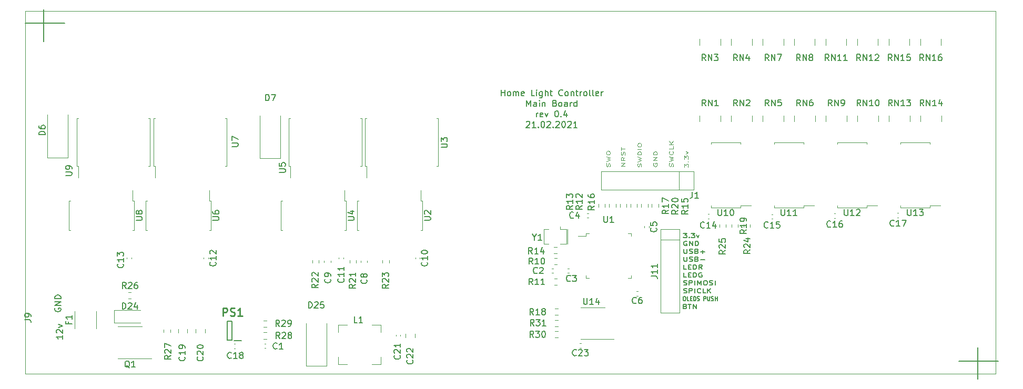
<source format=gbr>
%TF.GenerationSoftware,KiCad,Pcbnew,5.1.9-73d0e3b20d~88~ubuntu20.04.1*%
%TF.CreationDate,2021-03-03T11:33:07+04:00*%
%TF.ProjectId,main_board,6d61696e-5f62-46f6-9172-642e6b696361,rev?*%
%TF.SameCoordinates,Original*%
%TF.FileFunction,Legend,Top*%
%TF.FilePolarity,Positive*%
%FSLAX46Y46*%
G04 Gerber Fmt 4.6, Leading zero omitted, Abs format (unit mm)*
G04 Created by KiCad (PCBNEW 5.1.9-73d0e3b20d~88~ubuntu20.04.1) date 2021-03-03 11:33:07*
%MOMM*%
%LPD*%
G01*
G04 APERTURE LIST*
%ADD10C,0.150000*%
%ADD11C,0.200000*%
%TA.AperFunction,Profile*%
%ADD12C,0.100000*%
%TD*%
%ADD13C,0.120000*%
%ADD14C,0.125000*%
%ADD15C,0.254000*%
G04 APERTURE END LIST*
D10*
X204500000Y-86000000D02*
X210840000Y-86000000D01*
X207500000Y-83790000D02*
X207500000Y-88910000D01*
X204510000Y-86000000D02*
X210850000Y-86000000D01*
X207510000Y-83790000D02*
X207510000Y-88910000D01*
X54210000Y-31590000D02*
X60550000Y-31590000D01*
X57210000Y-29380000D02*
X57210000Y-34500000D01*
X54200000Y-31590000D02*
X60540000Y-31590000D01*
X57200000Y-29380000D02*
X57200000Y-34500000D01*
X54200000Y-31590000D02*
X60540000Y-31590000D01*
X57200000Y-29380000D02*
X57200000Y-34500000D01*
X204510000Y-86010000D02*
X210850000Y-86010000D01*
X207510000Y-83800000D02*
X207510000Y-88920000D01*
X204510000Y-86010000D02*
X210850000Y-86010000D01*
X207510000Y-83800000D02*
X207510000Y-88920000D01*
X57200000Y-29380000D02*
X57200000Y-34500000D01*
X54200000Y-31590000D02*
X60540000Y-31590000D01*
D11*
X130817142Y-43272380D02*
X130817142Y-42272380D01*
X130817142Y-42748571D02*
X131388571Y-42748571D01*
X131388571Y-43272380D02*
X131388571Y-42272380D01*
X132007619Y-43272380D02*
X131912380Y-43224761D01*
X131864761Y-43177142D01*
X131817142Y-43081904D01*
X131817142Y-42796190D01*
X131864761Y-42700952D01*
X131912380Y-42653333D01*
X132007619Y-42605714D01*
X132150476Y-42605714D01*
X132245714Y-42653333D01*
X132293333Y-42700952D01*
X132340952Y-42796190D01*
X132340952Y-43081904D01*
X132293333Y-43177142D01*
X132245714Y-43224761D01*
X132150476Y-43272380D01*
X132007619Y-43272380D01*
X132769523Y-43272380D02*
X132769523Y-42605714D01*
X132769523Y-42700952D02*
X132817142Y-42653333D01*
X132912380Y-42605714D01*
X133055238Y-42605714D01*
X133150476Y-42653333D01*
X133198095Y-42748571D01*
X133198095Y-43272380D01*
X133198095Y-42748571D02*
X133245714Y-42653333D01*
X133340952Y-42605714D01*
X133483809Y-42605714D01*
X133579047Y-42653333D01*
X133626666Y-42748571D01*
X133626666Y-43272380D01*
X134483809Y-43224761D02*
X134388571Y-43272380D01*
X134198095Y-43272380D01*
X134102857Y-43224761D01*
X134055238Y-43129523D01*
X134055238Y-42748571D01*
X134102857Y-42653333D01*
X134198095Y-42605714D01*
X134388571Y-42605714D01*
X134483809Y-42653333D01*
X134531428Y-42748571D01*
X134531428Y-42843809D01*
X134055238Y-42939047D01*
X136198095Y-43272380D02*
X135721904Y-43272380D01*
X135721904Y-42272380D01*
X136531428Y-43272380D02*
X136531428Y-42605714D01*
X136531428Y-42272380D02*
X136483809Y-42320000D01*
X136531428Y-42367619D01*
X136579047Y-42320000D01*
X136531428Y-42272380D01*
X136531428Y-42367619D01*
X137436190Y-42605714D02*
X137436190Y-43415238D01*
X137388571Y-43510476D01*
X137340952Y-43558095D01*
X137245714Y-43605714D01*
X137102857Y-43605714D01*
X137007619Y-43558095D01*
X137436190Y-43224761D02*
X137340952Y-43272380D01*
X137150476Y-43272380D01*
X137055238Y-43224761D01*
X137007619Y-43177142D01*
X136960000Y-43081904D01*
X136960000Y-42796190D01*
X137007619Y-42700952D01*
X137055238Y-42653333D01*
X137150476Y-42605714D01*
X137340952Y-42605714D01*
X137436190Y-42653333D01*
X137912380Y-43272380D02*
X137912380Y-42272380D01*
X138340952Y-43272380D02*
X138340952Y-42748571D01*
X138293333Y-42653333D01*
X138198095Y-42605714D01*
X138055238Y-42605714D01*
X137960000Y-42653333D01*
X137912380Y-42700952D01*
X138674285Y-42605714D02*
X139055238Y-42605714D01*
X138817142Y-42272380D02*
X138817142Y-43129523D01*
X138864761Y-43224761D01*
X138960000Y-43272380D01*
X139055238Y-43272380D01*
X140721904Y-43177142D02*
X140674285Y-43224761D01*
X140531428Y-43272380D01*
X140436190Y-43272380D01*
X140293333Y-43224761D01*
X140198095Y-43129523D01*
X140150476Y-43034285D01*
X140102857Y-42843809D01*
X140102857Y-42700952D01*
X140150476Y-42510476D01*
X140198095Y-42415238D01*
X140293333Y-42320000D01*
X140436190Y-42272380D01*
X140531428Y-42272380D01*
X140674285Y-42320000D01*
X140721904Y-42367619D01*
X141293333Y-43272380D02*
X141198095Y-43224761D01*
X141150476Y-43177142D01*
X141102857Y-43081904D01*
X141102857Y-42796190D01*
X141150476Y-42700952D01*
X141198095Y-42653333D01*
X141293333Y-42605714D01*
X141436190Y-42605714D01*
X141531428Y-42653333D01*
X141579047Y-42700952D01*
X141626666Y-42796190D01*
X141626666Y-43081904D01*
X141579047Y-43177142D01*
X141531428Y-43224761D01*
X141436190Y-43272380D01*
X141293333Y-43272380D01*
X142055238Y-42605714D02*
X142055238Y-43272380D01*
X142055238Y-42700952D02*
X142102857Y-42653333D01*
X142198095Y-42605714D01*
X142340952Y-42605714D01*
X142436190Y-42653333D01*
X142483809Y-42748571D01*
X142483809Y-43272380D01*
X142817142Y-42605714D02*
X143198095Y-42605714D01*
X142960000Y-42272380D02*
X142960000Y-43129523D01*
X143007619Y-43224761D01*
X143102857Y-43272380D01*
X143198095Y-43272380D01*
X143531428Y-43272380D02*
X143531428Y-42605714D01*
X143531428Y-42796190D02*
X143579047Y-42700952D01*
X143626666Y-42653333D01*
X143721904Y-42605714D01*
X143817142Y-42605714D01*
X144293333Y-43272380D02*
X144198095Y-43224761D01*
X144150476Y-43177142D01*
X144102857Y-43081904D01*
X144102857Y-42796190D01*
X144150476Y-42700952D01*
X144198095Y-42653333D01*
X144293333Y-42605714D01*
X144436190Y-42605714D01*
X144531428Y-42653333D01*
X144579047Y-42700952D01*
X144626666Y-42796190D01*
X144626666Y-43081904D01*
X144579047Y-43177142D01*
X144531428Y-43224761D01*
X144436190Y-43272380D01*
X144293333Y-43272380D01*
X145198095Y-43272380D02*
X145102857Y-43224761D01*
X145055238Y-43129523D01*
X145055238Y-42272380D01*
X145721904Y-43272380D02*
X145626666Y-43224761D01*
X145579047Y-43129523D01*
X145579047Y-42272380D01*
X146483809Y-43224761D02*
X146388571Y-43272380D01*
X146198095Y-43272380D01*
X146102857Y-43224761D01*
X146055238Y-43129523D01*
X146055238Y-42748571D01*
X146102857Y-42653333D01*
X146198095Y-42605714D01*
X146388571Y-42605714D01*
X146483809Y-42653333D01*
X146531428Y-42748571D01*
X146531428Y-42843809D01*
X146055238Y-42939047D01*
X146960000Y-43272380D02*
X146960000Y-42605714D01*
X146960000Y-42796190D02*
X147007619Y-42700952D01*
X147055238Y-42653333D01*
X147150476Y-42605714D01*
X147245714Y-42605714D01*
X134936190Y-44972380D02*
X134936190Y-43972380D01*
X135269523Y-44686666D01*
X135602857Y-43972380D01*
X135602857Y-44972380D01*
X136507619Y-44972380D02*
X136507619Y-44448571D01*
X136460000Y-44353333D01*
X136364761Y-44305714D01*
X136174285Y-44305714D01*
X136079047Y-44353333D01*
X136507619Y-44924761D02*
X136412380Y-44972380D01*
X136174285Y-44972380D01*
X136079047Y-44924761D01*
X136031428Y-44829523D01*
X136031428Y-44734285D01*
X136079047Y-44639047D01*
X136174285Y-44591428D01*
X136412380Y-44591428D01*
X136507619Y-44543809D01*
X136983809Y-44972380D02*
X136983809Y-44305714D01*
X136983809Y-43972380D02*
X136936190Y-44020000D01*
X136983809Y-44067619D01*
X137031428Y-44020000D01*
X136983809Y-43972380D01*
X136983809Y-44067619D01*
X137460000Y-44305714D02*
X137460000Y-44972380D01*
X137460000Y-44400952D02*
X137507619Y-44353333D01*
X137602857Y-44305714D01*
X137745714Y-44305714D01*
X137840952Y-44353333D01*
X137888571Y-44448571D01*
X137888571Y-44972380D01*
X139460000Y-44448571D02*
X139602857Y-44496190D01*
X139650476Y-44543809D01*
X139698095Y-44639047D01*
X139698095Y-44781904D01*
X139650476Y-44877142D01*
X139602857Y-44924761D01*
X139507619Y-44972380D01*
X139126666Y-44972380D01*
X139126666Y-43972380D01*
X139460000Y-43972380D01*
X139555238Y-44020000D01*
X139602857Y-44067619D01*
X139650476Y-44162857D01*
X139650476Y-44258095D01*
X139602857Y-44353333D01*
X139555238Y-44400952D01*
X139460000Y-44448571D01*
X139126666Y-44448571D01*
X140269523Y-44972380D02*
X140174285Y-44924761D01*
X140126666Y-44877142D01*
X140079047Y-44781904D01*
X140079047Y-44496190D01*
X140126666Y-44400952D01*
X140174285Y-44353333D01*
X140269523Y-44305714D01*
X140412380Y-44305714D01*
X140507619Y-44353333D01*
X140555238Y-44400952D01*
X140602857Y-44496190D01*
X140602857Y-44781904D01*
X140555238Y-44877142D01*
X140507619Y-44924761D01*
X140412380Y-44972380D01*
X140269523Y-44972380D01*
X141460000Y-44972380D02*
X141460000Y-44448571D01*
X141412380Y-44353333D01*
X141317142Y-44305714D01*
X141126666Y-44305714D01*
X141031428Y-44353333D01*
X141460000Y-44924761D02*
X141364761Y-44972380D01*
X141126666Y-44972380D01*
X141031428Y-44924761D01*
X140983809Y-44829523D01*
X140983809Y-44734285D01*
X141031428Y-44639047D01*
X141126666Y-44591428D01*
X141364761Y-44591428D01*
X141460000Y-44543809D01*
X141936190Y-44972380D02*
X141936190Y-44305714D01*
X141936190Y-44496190D02*
X141983809Y-44400952D01*
X142031428Y-44353333D01*
X142126666Y-44305714D01*
X142221904Y-44305714D01*
X142983809Y-44972380D02*
X142983809Y-43972380D01*
X142983809Y-44924761D02*
X142888571Y-44972380D01*
X142698095Y-44972380D01*
X142602857Y-44924761D01*
X142555238Y-44877142D01*
X142507619Y-44781904D01*
X142507619Y-44496190D01*
X142555238Y-44400952D01*
X142602857Y-44353333D01*
X142698095Y-44305714D01*
X142888571Y-44305714D01*
X142983809Y-44353333D01*
X136507619Y-46672380D02*
X136507619Y-46005714D01*
X136507619Y-46196190D02*
X136555238Y-46100952D01*
X136602857Y-46053333D01*
X136698095Y-46005714D01*
X136793333Y-46005714D01*
X137507619Y-46624761D02*
X137412380Y-46672380D01*
X137221904Y-46672380D01*
X137126666Y-46624761D01*
X137079047Y-46529523D01*
X137079047Y-46148571D01*
X137126666Y-46053333D01*
X137221904Y-46005714D01*
X137412380Y-46005714D01*
X137507619Y-46053333D01*
X137555238Y-46148571D01*
X137555238Y-46243809D01*
X137079047Y-46339047D01*
X137888571Y-46005714D02*
X138126666Y-46672380D01*
X138364761Y-46005714D01*
X139698095Y-45672380D02*
X139793333Y-45672380D01*
X139888571Y-45720000D01*
X139936190Y-45767619D01*
X139983809Y-45862857D01*
X140031428Y-46053333D01*
X140031428Y-46291428D01*
X139983809Y-46481904D01*
X139936190Y-46577142D01*
X139888571Y-46624761D01*
X139793333Y-46672380D01*
X139698095Y-46672380D01*
X139602857Y-46624761D01*
X139555238Y-46577142D01*
X139507619Y-46481904D01*
X139460000Y-46291428D01*
X139460000Y-46053333D01*
X139507619Y-45862857D01*
X139555238Y-45767619D01*
X139602857Y-45720000D01*
X139698095Y-45672380D01*
X140460000Y-46577142D02*
X140507619Y-46624761D01*
X140460000Y-46672380D01*
X140412380Y-46624761D01*
X140460000Y-46577142D01*
X140460000Y-46672380D01*
X141364761Y-46005714D02*
X141364761Y-46672380D01*
X141126666Y-45624761D02*
X140888571Y-46339047D01*
X141507619Y-46339047D01*
X134864761Y-47467619D02*
X134912380Y-47420000D01*
X135007619Y-47372380D01*
X135245714Y-47372380D01*
X135340952Y-47420000D01*
X135388571Y-47467619D01*
X135436190Y-47562857D01*
X135436190Y-47658095D01*
X135388571Y-47800952D01*
X134817142Y-48372380D01*
X135436190Y-48372380D01*
X136388571Y-48372380D02*
X135817142Y-48372380D01*
X136102857Y-48372380D02*
X136102857Y-47372380D01*
X136007619Y-47515238D01*
X135912380Y-47610476D01*
X135817142Y-47658095D01*
X136817142Y-48277142D02*
X136864761Y-48324761D01*
X136817142Y-48372380D01*
X136769523Y-48324761D01*
X136817142Y-48277142D01*
X136817142Y-48372380D01*
X137483809Y-47372380D02*
X137579047Y-47372380D01*
X137674285Y-47420000D01*
X137721904Y-47467619D01*
X137769523Y-47562857D01*
X137817142Y-47753333D01*
X137817142Y-47991428D01*
X137769523Y-48181904D01*
X137721904Y-48277142D01*
X137674285Y-48324761D01*
X137579047Y-48372380D01*
X137483809Y-48372380D01*
X137388571Y-48324761D01*
X137340952Y-48277142D01*
X137293333Y-48181904D01*
X137245714Y-47991428D01*
X137245714Y-47753333D01*
X137293333Y-47562857D01*
X137340952Y-47467619D01*
X137388571Y-47420000D01*
X137483809Y-47372380D01*
X138198095Y-47467619D02*
X138245714Y-47420000D01*
X138340952Y-47372380D01*
X138579047Y-47372380D01*
X138674285Y-47420000D01*
X138721904Y-47467619D01*
X138769523Y-47562857D01*
X138769523Y-47658095D01*
X138721904Y-47800952D01*
X138150476Y-48372380D01*
X138769523Y-48372380D01*
X139198095Y-48277142D02*
X139245714Y-48324761D01*
X139198095Y-48372380D01*
X139150476Y-48324761D01*
X139198095Y-48277142D01*
X139198095Y-48372380D01*
X139626666Y-47467619D02*
X139674285Y-47420000D01*
X139769523Y-47372380D01*
X140007619Y-47372380D01*
X140102857Y-47420000D01*
X140150476Y-47467619D01*
X140198095Y-47562857D01*
X140198095Y-47658095D01*
X140150476Y-47800952D01*
X139579047Y-48372380D01*
X140198095Y-48372380D01*
X140817142Y-47372380D02*
X140912380Y-47372380D01*
X141007619Y-47420000D01*
X141055238Y-47467619D01*
X141102857Y-47562857D01*
X141150476Y-47753333D01*
X141150476Y-47991428D01*
X141102857Y-48181904D01*
X141055238Y-48277142D01*
X141007619Y-48324761D01*
X140912380Y-48372380D01*
X140817142Y-48372380D01*
X140721904Y-48324761D01*
X140674285Y-48277142D01*
X140626666Y-48181904D01*
X140579047Y-47991428D01*
X140579047Y-47753333D01*
X140626666Y-47562857D01*
X140674285Y-47467619D01*
X140721904Y-47420000D01*
X140817142Y-47372380D01*
X141531428Y-47467619D02*
X141579047Y-47420000D01*
X141674285Y-47372380D01*
X141912380Y-47372380D01*
X142007619Y-47420000D01*
X142055238Y-47467619D01*
X142102857Y-47562857D01*
X142102857Y-47658095D01*
X142055238Y-47800952D01*
X141483809Y-48372380D01*
X142102857Y-48372380D01*
X143055238Y-48372380D02*
X142483809Y-48372380D01*
X142769523Y-48372380D02*
X142769523Y-47372380D01*
X142674285Y-47515238D01*
X142579047Y-47610476D01*
X142483809Y-47658095D01*
D12*
X210400000Y-29600000D02*
X54200000Y-29600000D01*
X210400000Y-29600000D02*
X210400000Y-88000000D01*
X210400000Y-88000000D02*
X54200000Y-88000000D01*
X54200000Y-29600000D02*
X54200000Y-88000000D01*
D13*
%TO.C,J11*%
X159520000Y-66417000D02*
X156520000Y-66417000D01*
X156520000Y-64782000D02*
X159520000Y-64782000D01*
X156520000Y-78212000D02*
X156520000Y-64782000D01*
X159520000Y-78212000D02*
X156520000Y-78212000D01*
X159520000Y-64782000D02*
X159520000Y-78212000D01*
%TO.C,RN16*%
X198290000Y-35140000D02*
X198290000Y-34140000D01*
X201650000Y-35140000D02*
X201650000Y-34140000D01*
%TO.C,RN15*%
X193211426Y-35140000D02*
X193211426Y-34140000D01*
X196571426Y-35140000D02*
X196571426Y-34140000D01*
%TO.C,RN14*%
X201700000Y-46430000D02*
X201700000Y-47430000D01*
X198340000Y-46430000D02*
X198340000Y-47430000D01*
%TO.C,RN13*%
X196618568Y-46430000D02*
X196618568Y-47430000D01*
X193258568Y-46430000D02*
X193258568Y-47430000D01*
%TO.C,RN12*%
X188132855Y-35140000D02*
X188132855Y-34140000D01*
X191492855Y-35140000D02*
X191492855Y-34140000D01*
%TO.C,RN11*%
X183054284Y-35140000D02*
X183054284Y-34140000D01*
X186414284Y-35140000D02*
X186414284Y-34140000D01*
%TO.C,RN10*%
X191537140Y-46430000D02*
X191537140Y-47430000D01*
X188177140Y-46430000D02*
X188177140Y-47430000D01*
%TO.C,RN9*%
X186455712Y-46430000D02*
X186455712Y-47430000D01*
X183095712Y-46430000D02*
X183095712Y-47430000D01*
%TO.C,RN8*%
X177975713Y-35140000D02*
X177975713Y-34140000D01*
X181335713Y-35140000D02*
X181335713Y-34140000D01*
%TO.C,RN7*%
X172897142Y-35140000D02*
X172897142Y-34140000D01*
X176257142Y-35140000D02*
X176257142Y-34140000D01*
%TO.C,RN6*%
X181374284Y-46430000D02*
X181374284Y-47430000D01*
X178014284Y-46430000D02*
X178014284Y-47430000D01*
%TO.C,RN5*%
X176292856Y-46430000D02*
X176292856Y-47430000D01*
X172932856Y-46430000D02*
X172932856Y-47430000D01*
%TO.C,RN4*%
X167818571Y-35140000D02*
X167818571Y-34140000D01*
X171178571Y-35140000D02*
X171178571Y-34140000D01*
%TO.C,RN3*%
X162740000Y-35140000D02*
X162740000Y-34140000D01*
X166100000Y-35140000D02*
X166100000Y-34140000D01*
%TO.C,RN2*%
X171211428Y-46430000D02*
X171211428Y-47430000D01*
X167851428Y-46430000D02*
X167851428Y-47430000D01*
%TO.C,RN1*%
X166130000Y-46430000D02*
X166130000Y-47430000D01*
X162770000Y-46430000D02*
X162770000Y-47430000D01*
%TO.C,U1*%
X144500000Y-65890000D02*
X143210000Y-65890000D01*
X144500000Y-65440000D02*
X144500000Y-65890000D01*
X144950000Y-65440000D02*
X144500000Y-65440000D01*
X151720000Y-65440000D02*
X151720000Y-65890000D01*
X151270000Y-65440000D02*
X151720000Y-65440000D01*
X144500000Y-72660000D02*
X144500000Y-72210000D01*
X144950000Y-72660000D02*
X144500000Y-72660000D01*
X151720000Y-72660000D02*
X151720000Y-72210000D01*
X151270000Y-72660000D02*
X151720000Y-72660000D01*
%TO.C,R31*%
X139462742Y-80422500D02*
X139937258Y-80422500D01*
X139462742Y-79377500D02*
X139937258Y-79377500D01*
%TO.C,R30*%
X139467742Y-82212500D02*
X139942258Y-82212500D01*
X139467742Y-81167500D02*
X139942258Y-81167500D01*
%TO.C,R29*%
X92572742Y-80512500D02*
X93047258Y-80512500D01*
X92572742Y-79467500D02*
X93047258Y-79467500D01*
%TO.C,R28*%
X93047258Y-81357500D02*
X92572742Y-81357500D01*
X93047258Y-82402500D02*
X92572742Y-82402500D01*
%TO.C,R27*%
X77552500Y-81367258D02*
X77552500Y-80892742D01*
X76507500Y-81367258D02*
X76507500Y-80892742D01*
%TO.C,R26*%
X71267258Y-74867500D02*
X70792742Y-74867500D01*
X71267258Y-75912500D02*
X70792742Y-75912500D01*
%TO.C,R25*%
X165937500Y-63972742D02*
X165937500Y-64447258D01*
X166982500Y-63972742D02*
X166982500Y-64447258D01*
%TO.C,R24*%
X169857500Y-63972742D02*
X169857500Y-64447258D01*
X170902500Y-63972742D02*
X170902500Y-64447258D01*
%TO.C,R23*%
X112772500Y-70207258D02*
X112772500Y-69732742D01*
X111727500Y-70207258D02*
X111727500Y-69732742D01*
%TO.C,R22*%
X101492500Y-70207258D02*
X101492500Y-69732742D01*
X100447500Y-70207258D02*
X100447500Y-69732742D01*
%TO.C,R21*%
X107482500Y-70207258D02*
X107482500Y-69732742D01*
X106437500Y-70207258D02*
X106437500Y-69732742D01*
%TO.C,R20*%
X154412500Y-61187258D02*
X154412500Y-60712742D01*
X153367500Y-61187258D02*
X153367500Y-60712742D01*
%TO.C,R19*%
X167897500Y-63972742D02*
X167897500Y-64447258D01*
X168942500Y-63972742D02*
X168942500Y-64447258D01*
%TO.C,R18*%
X139937258Y-77507500D02*
X139462742Y-77507500D01*
X139937258Y-78552500D02*
X139462742Y-78552500D01*
%TO.C,R17*%
X152692500Y-61187258D02*
X152692500Y-60712742D01*
X151647500Y-61187258D02*
X151647500Y-60712742D01*
%TO.C,R16*%
X150972500Y-61187258D02*
X150972500Y-60712742D01*
X149927500Y-61187258D02*
X149927500Y-60712742D01*
%TO.C,R15*%
X156132500Y-61187258D02*
X156132500Y-60712742D01*
X155087500Y-61187258D02*
X155087500Y-60712742D01*
%TO.C,R14*%
X139304742Y-68662500D02*
X139779258Y-68662500D01*
X139304742Y-67617500D02*
X139779258Y-67617500D01*
%TO.C,R13*%
X146487500Y-60712742D02*
X146487500Y-61187258D01*
X147532500Y-60712742D02*
X147532500Y-61187258D01*
%TO.C,R12*%
X149252500Y-61187258D02*
X149252500Y-60712742D01*
X148207500Y-61187258D02*
X148207500Y-60712742D01*
%TO.C,R11*%
X139356742Y-73742500D02*
X139831258Y-73742500D01*
X139356742Y-72697500D02*
X139831258Y-72697500D01*
%TO.C,R10*%
X139356742Y-70440500D02*
X139831258Y-70440500D01*
X139356742Y-69395500D02*
X139831258Y-69395500D01*
%TO.C,C23*%
X143667836Y-83160000D02*
X143452164Y-83160000D01*
X143667836Y-83880000D02*
X143452164Y-83880000D01*
%TO.C,C21*%
X114580000Y-81967836D02*
X114580000Y-81752164D01*
X113860000Y-81967836D02*
X113860000Y-81752164D01*
%TO.C,C20*%
X81655000Y-80868748D02*
X81655000Y-81391252D01*
X83125000Y-80868748D02*
X83125000Y-81391252D01*
%TO.C,C17*%
X194582164Y-62860000D02*
X194797836Y-62860000D01*
X194582164Y-62140000D02*
X194797836Y-62140000D01*
%TO.C,C16*%
X184422164Y-62960000D02*
X184637836Y-62960000D01*
X184422164Y-62240000D02*
X184637836Y-62240000D01*
%TO.C,C15*%
X174312164Y-63090000D02*
X174527836Y-63090000D01*
X174312164Y-62370000D02*
X174527836Y-62370000D01*
%TO.C,C14*%
X164082164Y-63050000D02*
X164297836Y-63050000D01*
X164082164Y-62330000D02*
X164297836Y-62330000D01*
%TO.C,C13*%
X70580000Y-69292164D02*
X70580000Y-69507836D01*
X71300000Y-69292164D02*
X71300000Y-69507836D01*
%TO.C,C12*%
X82930000Y-69292164D02*
X82930000Y-69507836D01*
X83650000Y-69292164D02*
X83650000Y-69507836D01*
%TO.C,C11*%
X104710000Y-69292164D02*
X104710000Y-69507836D01*
X105430000Y-69292164D02*
X105430000Y-69507836D01*
%TO.C,C10*%
X116990000Y-69292164D02*
X116990000Y-69507836D01*
X117710000Y-69292164D02*
X117710000Y-69507836D01*
%TO.C,C9*%
X102340000Y-69829420D02*
X102340000Y-70110580D01*
X103360000Y-69829420D02*
X103360000Y-70110580D01*
%TO.C,C8*%
X108200000Y-69829420D02*
X108200000Y-70110580D01*
X109220000Y-69829420D02*
X109220000Y-70110580D01*
%TO.C,C6*%
X152837836Y-74750000D02*
X152622164Y-74750000D01*
X152837836Y-75470000D02*
X152622164Y-75470000D01*
%TO.C,C5*%
X153880000Y-64282164D02*
X153880000Y-64497836D01*
X154600000Y-64282164D02*
X154600000Y-64497836D01*
%TO.C,C4*%
X144642164Y-62890000D02*
X144857836Y-62890000D01*
X144642164Y-62170000D02*
X144857836Y-62170000D01*
%TO.C,C3*%
X141733836Y-71082000D02*
X141518164Y-71082000D01*
X141733836Y-71802000D02*
X141518164Y-71802000D01*
%TO.C,C2*%
X138978164Y-71802000D02*
X139193836Y-71802000D01*
X138978164Y-71082000D02*
X139193836Y-71082000D01*
%TO.C,C1*%
X92907836Y-83180000D02*
X92692164Y-83180000D01*
X92907836Y-83900000D02*
X92692164Y-83900000D01*
%TO.C,J1*%
X159440000Y-58440000D02*
X159440000Y-55440000D01*
X161810000Y-55440000D02*
X161810000Y-58440000D01*
X146910000Y-55440000D02*
X161810000Y-55440000D01*
X146910000Y-58440000D02*
X146910000Y-55440000D01*
X161810000Y-58440000D02*
X146910000Y-58440000D01*
%TO.C,Y1*%
X137692000Y-64708000D02*
X138492000Y-64708000D01*
X137692000Y-67108000D02*
X137692000Y-65108000D01*
X138492000Y-67108000D02*
X137692000Y-67108000D01*
X141292000Y-67108000D02*
X140292000Y-67108000D01*
X141292000Y-65108000D02*
X141292000Y-67108000D01*
X140292000Y-64708000D02*
X141292000Y-64708000D01*
X140292000Y-64708000D02*
X140292000Y-64308000D01*
X141492000Y-67108000D02*
X141492000Y-65108000D01*
X137692000Y-65108000D02*
X137692000Y-64708000D01*
X141292000Y-65108000D02*
X141292000Y-64708000D01*
X141492000Y-65108000D02*
X141492000Y-64708000D01*
%TO.C,L1*%
X104620000Y-80150000D02*
X104620000Y-81350000D01*
X104620000Y-80150000D02*
X106020000Y-80150000D01*
X111420000Y-80150000D02*
X110020000Y-80150000D01*
X111420000Y-80150000D02*
X111420000Y-81350000D01*
X111420000Y-86550000D02*
X111420000Y-85350000D01*
X104620000Y-86550000D02*
X104620000Y-85350000D01*
X111420000Y-86550000D02*
X110020000Y-86550000D01*
X104620000Y-86550000D02*
X106020000Y-86550000D01*
%TO.C,U14*%
X145530000Y-82460000D02*
X148980000Y-82460000D01*
X145530000Y-82460000D02*
X143580000Y-82460000D01*
X145530000Y-77340000D02*
X147480000Y-77340000D01*
X145530000Y-77340000D02*
X143580000Y-77340000D01*
%TO.C,Q1*%
X71070000Y-80440000D02*
X69120000Y-80440000D01*
X71070000Y-80440000D02*
X73020000Y-80440000D01*
X71070000Y-85560000D02*
X69120000Y-85560000D01*
X71070000Y-85560000D02*
X74520000Y-85560000D01*
%TO.C,U4*%
X105595000Y-60165000D02*
X105595000Y-58500000D01*
X105875000Y-60165000D02*
X105595000Y-60165000D01*
X105875000Y-62550000D02*
X105875000Y-60165000D01*
X105875000Y-64935000D02*
X105595000Y-64935000D01*
X105875000Y-62550000D02*
X105875000Y-64935000D01*
X95355000Y-60165000D02*
X95635000Y-60165000D01*
X95355000Y-62550000D02*
X95355000Y-60165000D01*
X95355000Y-64935000D02*
X95635000Y-64935000D01*
X95355000Y-62550000D02*
X95355000Y-64935000D01*
%TO.C,C22*%
X116935000Y-82161252D02*
X116935000Y-81638748D01*
X115465000Y-82161252D02*
X115465000Y-81638748D01*
%TO.C,D24*%
X72790000Y-77790000D02*
X68490000Y-77790000D01*
X68490000Y-77790000D02*
X68490000Y-79790000D01*
X68490000Y-79790000D02*
X72790000Y-79790000D01*
%TO.C,U6*%
X83810000Y-60165000D02*
X83810000Y-58500000D01*
X84090000Y-60165000D02*
X83810000Y-60165000D01*
X84090000Y-62550000D02*
X84090000Y-60165000D01*
X84090000Y-64935000D02*
X83810000Y-64935000D01*
X84090000Y-62550000D02*
X84090000Y-64935000D01*
X73570000Y-60165000D02*
X73850000Y-60165000D01*
X73570000Y-62550000D02*
X73570000Y-60165000D01*
X73570000Y-64935000D02*
X73850000Y-64935000D01*
X73570000Y-62550000D02*
X73570000Y-64935000D01*
%TO.C,D6*%
X57800000Y-53200000D02*
X57800000Y-46300000D01*
X61100000Y-53200000D02*
X61100000Y-46300000D01*
X57800000Y-53200000D02*
X61100000Y-53200000D01*
%TO.C,U5*%
X96880000Y-54620000D02*
X96880000Y-56435000D01*
X96635000Y-54620000D02*
X96880000Y-54620000D01*
X96635000Y-50760000D02*
X96635000Y-54620000D01*
X96635000Y-46900000D02*
X96880000Y-46900000D01*
X96635000Y-50760000D02*
X96635000Y-46900000D01*
X108405000Y-54620000D02*
X108160000Y-54620000D01*
X108405000Y-50760000D02*
X108405000Y-54620000D01*
X108405000Y-46900000D02*
X108160000Y-46900000D01*
X108405000Y-50760000D02*
X108405000Y-46900000D01*
%TO.C,D25*%
X99390000Y-86780000D02*
X102690000Y-86780000D01*
X102690000Y-86780000D02*
X102690000Y-79880000D01*
X99390000Y-86780000D02*
X99390000Y-79880000D01*
%TO.C,U11*%
X179515000Y-60980000D02*
X181180000Y-60980000D01*
X179515000Y-61260000D02*
X179515000Y-60980000D01*
X177130000Y-61260000D02*
X179515000Y-61260000D01*
X174745000Y-61260000D02*
X174745000Y-60980000D01*
X177130000Y-61260000D02*
X174745000Y-61260000D01*
X179515000Y-50740000D02*
X179515000Y-51020000D01*
X177130000Y-50740000D02*
X179515000Y-50740000D01*
X174745000Y-50740000D02*
X174745000Y-51020000D01*
X177130000Y-50740000D02*
X174745000Y-50740000D01*
%TO.C,C18*%
X87812164Y-83220000D02*
X88027836Y-83220000D01*
X87812164Y-83940000D02*
X88027836Y-83940000D01*
%TO.C,U8*%
X71470000Y-60165000D02*
X71470000Y-58500000D01*
X71750000Y-60165000D02*
X71470000Y-60165000D01*
X71750000Y-62550000D02*
X71750000Y-60165000D01*
X71750000Y-64935000D02*
X71470000Y-64935000D01*
X71750000Y-62550000D02*
X71750000Y-64935000D01*
X61230000Y-60165000D02*
X61510000Y-60165000D01*
X61230000Y-62550000D02*
X61230000Y-60165000D01*
X61230000Y-64935000D02*
X61510000Y-64935000D01*
X61230000Y-62550000D02*
X61230000Y-64935000D01*
%TO.C,U2*%
X117875000Y-60165000D02*
X117875000Y-58500000D01*
X118155000Y-60165000D02*
X117875000Y-60165000D01*
X118155000Y-62550000D02*
X118155000Y-60165000D01*
X118155000Y-64935000D02*
X117875000Y-64935000D01*
X118155000Y-62550000D02*
X118155000Y-64935000D01*
X107635000Y-60165000D02*
X107915000Y-60165000D01*
X107635000Y-62550000D02*
X107635000Y-60165000D01*
X107635000Y-64935000D02*
X107915000Y-64935000D01*
X107635000Y-62550000D02*
X107635000Y-64935000D01*
%TO.C,D7*%
X92000000Y-53340000D02*
X92000000Y-46440000D01*
X95300000Y-53340000D02*
X95300000Y-46440000D01*
X92000000Y-53340000D02*
X95300000Y-53340000D01*
%TO.C,U12*%
X189685000Y-60980000D02*
X191350000Y-60980000D01*
X189685000Y-61260000D02*
X189685000Y-60980000D01*
X187300000Y-61260000D02*
X189685000Y-61260000D01*
X184915000Y-61260000D02*
X184915000Y-60980000D01*
X187300000Y-61260000D02*
X184915000Y-61260000D01*
X189685000Y-50740000D02*
X189685000Y-51020000D01*
X187300000Y-50740000D02*
X189685000Y-50740000D01*
X184915000Y-50740000D02*
X184915000Y-51020000D01*
X187300000Y-50740000D02*
X184915000Y-50740000D01*
%TO.C,F1*%
X62200000Y-80736252D02*
X62200000Y-77963748D01*
X65620000Y-80736252D02*
X65620000Y-77963748D01*
%TO.C,C19*%
X78850000Y-81391252D02*
X78850000Y-80868748D01*
X80320000Y-81391252D02*
X80320000Y-80868748D01*
%TO.C,U3*%
X109160000Y-54620000D02*
X109160000Y-56435000D01*
X108915000Y-54620000D02*
X109160000Y-54620000D01*
X108915000Y-50760000D02*
X108915000Y-54620000D01*
X108915000Y-46900000D02*
X109160000Y-46900000D01*
X108915000Y-50760000D02*
X108915000Y-46900000D01*
X120685000Y-54620000D02*
X120440000Y-54620000D01*
X120685000Y-50760000D02*
X120685000Y-54620000D01*
X120685000Y-46900000D02*
X120440000Y-46900000D01*
X120685000Y-50760000D02*
X120685000Y-46900000D01*
%TO.C,U7*%
X75080000Y-54620000D02*
X75080000Y-56435000D01*
X74835000Y-54620000D02*
X75080000Y-54620000D01*
X74835000Y-50760000D02*
X74835000Y-54620000D01*
X74835000Y-46900000D02*
X75080000Y-46900000D01*
X74835000Y-50760000D02*
X74835000Y-46900000D01*
X86605000Y-54620000D02*
X86360000Y-54620000D01*
X86605000Y-50760000D02*
X86605000Y-54620000D01*
X86605000Y-46900000D02*
X86360000Y-46900000D01*
X86605000Y-50760000D02*
X86605000Y-46900000D01*
D11*
%TO.C,PS1*%
X87495000Y-82590000D02*
X86745000Y-82590000D01*
X86745000Y-82590000D02*
X86745000Y-79590000D01*
X86745000Y-79590000D02*
X87495000Y-79590000D01*
X87495000Y-79590000D02*
X87495000Y-82590000D01*
X88995000Y-82690000D02*
X87845000Y-82690000D01*
D13*
%TO.C,U9*%
X62750000Y-54620000D02*
X62750000Y-56435000D01*
X62505000Y-54620000D02*
X62750000Y-54620000D01*
X62505000Y-50760000D02*
X62505000Y-54620000D01*
X62505000Y-46900000D02*
X62750000Y-46900000D01*
X62505000Y-50760000D02*
X62505000Y-46900000D01*
X74275000Y-54620000D02*
X74030000Y-54620000D01*
X74275000Y-50760000D02*
X74275000Y-54620000D01*
X74275000Y-46900000D02*
X74030000Y-46900000D01*
X74275000Y-50760000D02*
X74275000Y-46900000D01*
%TO.C,U13*%
X199855000Y-60980000D02*
X201520000Y-60980000D01*
X199855000Y-61260000D02*
X199855000Y-60980000D01*
X197470000Y-61260000D02*
X199855000Y-61260000D01*
X195085000Y-61260000D02*
X195085000Y-60980000D01*
X197470000Y-61260000D02*
X195085000Y-61260000D01*
X199855000Y-50740000D02*
X199855000Y-51020000D01*
X197470000Y-50740000D02*
X199855000Y-50740000D01*
X195085000Y-50740000D02*
X195085000Y-51020000D01*
X197470000Y-50740000D02*
X195085000Y-50740000D01*
%TO.C,U10*%
X169345000Y-60980000D02*
X171010000Y-60980000D01*
X169345000Y-61260000D02*
X169345000Y-60980000D01*
X166960000Y-61260000D02*
X169345000Y-61260000D01*
X164575000Y-61260000D02*
X164575000Y-60980000D01*
X166960000Y-61260000D02*
X164575000Y-61260000D01*
X169345000Y-50740000D02*
X169345000Y-51020000D01*
X166960000Y-50740000D02*
X169345000Y-50740000D01*
X164575000Y-50740000D02*
X164575000Y-51020000D01*
X166960000Y-50740000D02*
X164575000Y-50740000D01*
%TD*%
%TO.C,J11*%
D10*
X154972380Y-72306523D02*
X155686666Y-72306523D01*
X155829523Y-72354142D01*
X155924761Y-72449380D01*
X155972380Y-72592238D01*
X155972380Y-72687476D01*
X155972380Y-71306523D02*
X155972380Y-71877952D01*
X155972380Y-71592238D02*
X154972380Y-71592238D01*
X155115238Y-71687476D01*
X155210476Y-71782714D01*
X155258095Y-71877952D01*
X155972380Y-70354142D02*
X155972380Y-70925571D01*
X155972380Y-70639857D02*
X154972380Y-70639857D01*
X155115238Y-70735095D01*
X155210476Y-70830333D01*
X155258095Y-70925571D01*
X160128571Y-65421666D02*
X160685714Y-65421666D01*
X160385714Y-65688333D01*
X160514286Y-65688333D01*
X160600000Y-65721666D01*
X160642857Y-65755000D01*
X160685714Y-65821666D01*
X160685714Y-65988333D01*
X160642857Y-66055000D01*
X160600000Y-66088333D01*
X160514286Y-66121666D01*
X160257143Y-66121666D01*
X160171428Y-66088333D01*
X160128571Y-66055000D01*
X161071428Y-66055000D02*
X161114286Y-66088333D01*
X161071428Y-66121666D01*
X161028571Y-66088333D01*
X161071428Y-66055000D01*
X161071428Y-66121666D01*
X161414286Y-65421666D02*
X161971428Y-65421666D01*
X161671428Y-65688333D01*
X161800000Y-65688333D01*
X161885714Y-65721666D01*
X161928571Y-65755000D01*
X161971428Y-65821666D01*
X161971428Y-65988333D01*
X161928571Y-66055000D01*
X161885714Y-66088333D01*
X161800000Y-66121666D01*
X161542857Y-66121666D01*
X161457143Y-66088333D01*
X161414286Y-66055000D01*
X162271428Y-65655000D02*
X162485714Y-66121666D01*
X162700000Y-65655000D01*
X160685714Y-66725000D02*
X160600000Y-66691666D01*
X160471429Y-66691666D01*
X160342857Y-66725000D01*
X160257143Y-66791666D01*
X160214286Y-66858333D01*
X160171429Y-66991666D01*
X160171429Y-67091666D01*
X160214286Y-67225000D01*
X160257143Y-67291666D01*
X160342857Y-67358333D01*
X160471429Y-67391666D01*
X160557143Y-67391666D01*
X160685714Y-67358333D01*
X160728571Y-67325000D01*
X160728571Y-67091666D01*
X160557143Y-67091666D01*
X161114286Y-67391666D02*
X161114286Y-66691666D01*
X161628571Y-67391666D01*
X161628571Y-66691666D01*
X162057143Y-67391666D02*
X162057143Y-66691666D01*
X162271429Y-66691666D01*
X162400000Y-66725000D01*
X162485714Y-66791666D01*
X162528571Y-66858333D01*
X162571429Y-66991666D01*
X162571429Y-67091666D01*
X162528571Y-67225000D01*
X162485714Y-67291666D01*
X162400000Y-67358333D01*
X162271429Y-67391666D01*
X162057143Y-67391666D01*
X160642857Y-72446666D02*
X160214286Y-72446666D01*
X160214286Y-71746666D01*
X160942857Y-72080000D02*
X161242857Y-72080000D01*
X161371429Y-72446666D02*
X160942857Y-72446666D01*
X160942857Y-71746666D01*
X161371429Y-71746666D01*
X161757143Y-72446666D02*
X161757143Y-71746666D01*
X161971429Y-71746666D01*
X162100000Y-71780000D01*
X162185714Y-71846666D01*
X162228571Y-71913333D01*
X162271429Y-72046666D01*
X162271429Y-72146666D01*
X162228571Y-72280000D01*
X162185714Y-72346666D01*
X162100000Y-72413333D01*
X161971429Y-72446666D01*
X161757143Y-72446666D01*
X163128571Y-71780000D02*
X163042857Y-71746666D01*
X162914286Y-71746666D01*
X162785714Y-71780000D01*
X162700000Y-71846666D01*
X162657143Y-71913333D01*
X162614286Y-72046666D01*
X162614286Y-72146666D01*
X162657143Y-72280000D01*
X162700000Y-72346666D01*
X162785714Y-72413333D01*
X162914286Y-72446666D01*
X163000000Y-72446666D01*
X163128571Y-72413333D01*
X163171429Y-72380000D01*
X163171429Y-72146666D01*
X163000000Y-72146666D01*
X160642857Y-71176666D02*
X160214286Y-71176666D01*
X160214286Y-70476666D01*
X160942857Y-70810000D02*
X161242857Y-70810000D01*
X161371429Y-71176666D02*
X160942857Y-71176666D01*
X160942857Y-70476666D01*
X161371429Y-70476666D01*
X161757143Y-71176666D02*
X161757143Y-70476666D01*
X161971429Y-70476666D01*
X162100000Y-70510000D01*
X162185714Y-70576666D01*
X162228571Y-70643333D01*
X162271429Y-70776666D01*
X162271429Y-70876666D01*
X162228571Y-71010000D01*
X162185714Y-71076666D01*
X162100000Y-71143333D01*
X161971429Y-71176666D01*
X161757143Y-71176666D01*
X163171429Y-71176666D02*
X162871429Y-70843333D01*
X162657143Y-71176666D02*
X162657143Y-70476666D01*
X163000000Y-70476666D01*
X163085714Y-70510000D01*
X163128571Y-70543333D01*
X163171429Y-70610000D01*
X163171429Y-70710000D01*
X163128571Y-70776666D01*
X163085714Y-70810000D01*
X163000000Y-70843333D01*
X162657143Y-70843333D01*
X160214285Y-69206666D02*
X160214285Y-69773333D01*
X160257143Y-69840000D01*
X160300000Y-69873333D01*
X160385714Y-69906666D01*
X160557143Y-69906666D01*
X160642857Y-69873333D01*
X160685714Y-69840000D01*
X160728571Y-69773333D01*
X160728571Y-69206666D01*
X161114285Y-69873333D02*
X161242857Y-69906666D01*
X161457143Y-69906666D01*
X161542857Y-69873333D01*
X161585714Y-69840000D01*
X161628571Y-69773333D01*
X161628571Y-69706666D01*
X161585714Y-69640000D01*
X161542857Y-69606666D01*
X161457143Y-69573333D01*
X161285714Y-69540000D01*
X161200000Y-69506666D01*
X161157143Y-69473333D01*
X161114285Y-69406666D01*
X161114285Y-69340000D01*
X161157143Y-69273333D01*
X161200000Y-69240000D01*
X161285714Y-69206666D01*
X161500000Y-69206666D01*
X161628571Y-69240000D01*
X162314285Y-69540000D02*
X162442857Y-69573333D01*
X162485714Y-69606666D01*
X162528571Y-69673333D01*
X162528571Y-69773333D01*
X162485714Y-69840000D01*
X162442857Y-69873333D01*
X162357143Y-69906666D01*
X162014285Y-69906666D01*
X162014285Y-69206666D01*
X162314285Y-69206666D01*
X162400000Y-69240000D01*
X162442857Y-69273333D01*
X162485714Y-69340000D01*
X162485714Y-69406666D01*
X162442857Y-69473333D01*
X162400000Y-69506666D01*
X162314285Y-69540000D01*
X162014285Y-69540000D01*
X162914285Y-69640000D02*
X163600000Y-69640000D01*
X160214285Y-67936666D02*
X160214285Y-68503333D01*
X160257143Y-68570000D01*
X160300000Y-68603333D01*
X160385714Y-68636666D01*
X160557143Y-68636666D01*
X160642857Y-68603333D01*
X160685714Y-68570000D01*
X160728571Y-68503333D01*
X160728571Y-67936666D01*
X161114285Y-68603333D02*
X161242857Y-68636666D01*
X161457143Y-68636666D01*
X161542857Y-68603333D01*
X161585714Y-68570000D01*
X161628571Y-68503333D01*
X161628571Y-68436666D01*
X161585714Y-68370000D01*
X161542857Y-68336666D01*
X161457143Y-68303333D01*
X161285714Y-68270000D01*
X161200000Y-68236666D01*
X161157143Y-68203333D01*
X161114285Y-68136666D01*
X161114285Y-68070000D01*
X161157143Y-68003333D01*
X161200000Y-67970000D01*
X161285714Y-67936666D01*
X161500000Y-67936666D01*
X161628571Y-67970000D01*
X162314285Y-68270000D02*
X162442857Y-68303333D01*
X162485714Y-68336666D01*
X162528571Y-68403333D01*
X162528571Y-68503333D01*
X162485714Y-68570000D01*
X162442857Y-68603333D01*
X162357143Y-68636666D01*
X162014285Y-68636666D01*
X162014285Y-67936666D01*
X162314285Y-67936666D01*
X162400000Y-67970000D01*
X162442857Y-68003333D01*
X162485714Y-68070000D01*
X162485714Y-68136666D01*
X162442857Y-68203333D01*
X162400000Y-68236666D01*
X162314285Y-68270000D01*
X162014285Y-68270000D01*
X162914285Y-68370000D02*
X163600000Y-68370000D01*
X163257143Y-68636666D02*
X163257143Y-68103333D01*
X160279642Y-75556666D02*
X160393928Y-75556666D01*
X160451071Y-75590000D01*
X160508214Y-75656666D01*
X160536785Y-75790000D01*
X160536785Y-76023333D01*
X160508214Y-76156666D01*
X160451071Y-76223333D01*
X160393928Y-76256666D01*
X160279642Y-76256666D01*
X160222500Y-76223333D01*
X160165357Y-76156666D01*
X160136785Y-76023333D01*
X160136785Y-75790000D01*
X160165357Y-75656666D01*
X160222500Y-75590000D01*
X160279642Y-75556666D01*
X161079642Y-76256666D02*
X160793928Y-76256666D01*
X160793928Y-75556666D01*
X161279642Y-75890000D02*
X161479642Y-75890000D01*
X161565357Y-76256666D02*
X161279642Y-76256666D01*
X161279642Y-75556666D01*
X161565357Y-75556666D01*
X161822500Y-76256666D02*
X161822500Y-75556666D01*
X161965357Y-75556666D01*
X162051071Y-75590000D01*
X162108214Y-75656666D01*
X162136785Y-75723333D01*
X162165357Y-75856666D01*
X162165357Y-75956666D01*
X162136785Y-76090000D01*
X162108214Y-76156666D01*
X162051071Y-76223333D01*
X161965357Y-76256666D01*
X161822500Y-76256666D01*
X162393928Y-76223333D02*
X162479642Y-76256666D01*
X162622500Y-76256666D01*
X162679642Y-76223333D01*
X162708214Y-76190000D01*
X162736785Y-76123333D01*
X162736785Y-76056666D01*
X162708214Y-75990000D01*
X162679642Y-75956666D01*
X162622500Y-75923333D01*
X162508214Y-75890000D01*
X162451071Y-75856666D01*
X162422500Y-75823333D01*
X162393928Y-75756666D01*
X162393928Y-75690000D01*
X162422500Y-75623333D01*
X162451071Y-75590000D01*
X162508214Y-75556666D01*
X162651071Y-75556666D01*
X162736785Y-75590000D01*
X163451071Y-76256666D02*
X163451071Y-75556666D01*
X163679642Y-75556666D01*
X163736785Y-75590000D01*
X163765357Y-75623333D01*
X163793928Y-75690000D01*
X163793928Y-75790000D01*
X163765357Y-75856666D01*
X163736785Y-75890000D01*
X163679642Y-75923333D01*
X163451071Y-75923333D01*
X164051071Y-75556666D02*
X164051071Y-76123333D01*
X164079642Y-76190000D01*
X164108214Y-76223333D01*
X164165357Y-76256666D01*
X164279642Y-76256666D01*
X164336785Y-76223333D01*
X164365357Y-76190000D01*
X164393928Y-76123333D01*
X164393928Y-75556666D01*
X164651071Y-76223333D02*
X164736785Y-76256666D01*
X164879642Y-76256666D01*
X164936785Y-76223333D01*
X164965357Y-76190000D01*
X164993928Y-76123333D01*
X164993928Y-76056666D01*
X164965357Y-75990000D01*
X164936785Y-75956666D01*
X164879642Y-75923333D01*
X164765357Y-75890000D01*
X164708214Y-75856666D01*
X164679642Y-75823333D01*
X164651071Y-75756666D01*
X164651071Y-75690000D01*
X164679642Y-75623333D01*
X164708214Y-75590000D01*
X164765357Y-75556666D01*
X164908214Y-75556666D01*
X164993928Y-75590000D01*
X165251071Y-76256666D02*
X165251071Y-75556666D01*
X165251071Y-75890000D02*
X165593928Y-75890000D01*
X165593928Y-76256666D02*
X165593928Y-75556666D01*
X160193928Y-73683333D02*
X160322500Y-73716666D01*
X160536785Y-73716666D01*
X160622500Y-73683333D01*
X160665357Y-73650000D01*
X160708214Y-73583333D01*
X160708214Y-73516666D01*
X160665357Y-73450000D01*
X160622500Y-73416666D01*
X160536785Y-73383333D01*
X160365357Y-73350000D01*
X160279642Y-73316666D01*
X160236785Y-73283333D01*
X160193928Y-73216666D01*
X160193928Y-73150000D01*
X160236785Y-73083333D01*
X160279642Y-73050000D01*
X160365357Y-73016666D01*
X160579642Y-73016666D01*
X160708214Y-73050000D01*
X161093928Y-73716666D02*
X161093928Y-73016666D01*
X161436785Y-73016666D01*
X161522500Y-73050000D01*
X161565357Y-73083333D01*
X161608214Y-73150000D01*
X161608214Y-73250000D01*
X161565357Y-73316666D01*
X161522500Y-73350000D01*
X161436785Y-73383333D01*
X161093928Y-73383333D01*
X161993928Y-73716666D02*
X161993928Y-73016666D01*
X162422500Y-73716666D02*
X162422500Y-73016666D01*
X162722500Y-73516666D01*
X163022500Y-73016666D01*
X163022500Y-73716666D01*
X163622500Y-73016666D02*
X163793928Y-73016666D01*
X163879642Y-73050000D01*
X163965357Y-73116666D01*
X164008214Y-73250000D01*
X164008214Y-73483333D01*
X163965357Y-73616666D01*
X163879642Y-73683333D01*
X163793928Y-73716666D01*
X163622500Y-73716666D01*
X163536785Y-73683333D01*
X163451071Y-73616666D01*
X163408214Y-73483333D01*
X163408214Y-73250000D01*
X163451071Y-73116666D01*
X163536785Y-73050000D01*
X163622500Y-73016666D01*
X164351071Y-73683333D02*
X164479642Y-73716666D01*
X164693928Y-73716666D01*
X164779642Y-73683333D01*
X164822500Y-73650000D01*
X164865357Y-73583333D01*
X164865357Y-73516666D01*
X164822500Y-73450000D01*
X164779642Y-73416666D01*
X164693928Y-73383333D01*
X164522500Y-73350000D01*
X164436785Y-73316666D01*
X164393928Y-73283333D01*
X164351071Y-73216666D01*
X164351071Y-73150000D01*
X164393928Y-73083333D01*
X164436785Y-73050000D01*
X164522500Y-73016666D01*
X164736785Y-73016666D01*
X164865357Y-73050000D01*
X165251071Y-73716666D02*
X165251071Y-73016666D01*
X160193928Y-74978333D02*
X160322500Y-75011666D01*
X160536785Y-75011666D01*
X160622500Y-74978333D01*
X160665357Y-74945000D01*
X160708214Y-74878333D01*
X160708214Y-74811666D01*
X160665357Y-74745000D01*
X160622500Y-74711666D01*
X160536785Y-74678333D01*
X160365357Y-74645000D01*
X160279642Y-74611666D01*
X160236785Y-74578333D01*
X160193928Y-74511666D01*
X160193928Y-74445000D01*
X160236785Y-74378333D01*
X160279642Y-74345000D01*
X160365357Y-74311666D01*
X160579642Y-74311666D01*
X160708214Y-74345000D01*
X161093928Y-75011666D02*
X161093928Y-74311666D01*
X161436785Y-74311666D01*
X161522500Y-74345000D01*
X161565357Y-74378333D01*
X161608214Y-74445000D01*
X161608214Y-74545000D01*
X161565357Y-74611666D01*
X161522500Y-74645000D01*
X161436785Y-74678333D01*
X161093928Y-74678333D01*
X161993928Y-75011666D02*
X161993928Y-74311666D01*
X162936785Y-74945000D02*
X162893928Y-74978333D01*
X162765357Y-75011666D01*
X162679642Y-75011666D01*
X162551071Y-74978333D01*
X162465357Y-74911666D01*
X162422500Y-74845000D01*
X162379642Y-74711666D01*
X162379642Y-74611666D01*
X162422500Y-74478333D01*
X162465357Y-74411666D01*
X162551071Y-74345000D01*
X162679642Y-74311666D01*
X162765357Y-74311666D01*
X162893928Y-74345000D01*
X162936785Y-74378333D01*
X163751071Y-75011666D02*
X163322500Y-75011666D01*
X163322500Y-74311666D01*
X164051071Y-75011666D02*
X164051071Y-74311666D01*
X164565357Y-75011666D02*
X164179642Y-74611666D01*
X164565357Y-74311666D02*
X164051071Y-74711666D01*
X160445000Y-77160000D02*
X160573571Y-77193333D01*
X160616428Y-77226666D01*
X160659285Y-77293333D01*
X160659285Y-77393333D01*
X160616428Y-77460000D01*
X160573571Y-77493333D01*
X160487857Y-77526666D01*
X160145000Y-77526666D01*
X160145000Y-76826666D01*
X160445000Y-76826666D01*
X160530714Y-76860000D01*
X160573571Y-76893333D01*
X160616428Y-76960000D01*
X160616428Y-77026666D01*
X160573571Y-77093333D01*
X160530714Y-77126666D01*
X160445000Y-77160000D01*
X160145000Y-77160000D01*
X160916428Y-76826666D02*
X161430714Y-76826666D01*
X161173571Y-77526666D02*
X161173571Y-76826666D01*
X161730714Y-77526666D02*
X161730714Y-76826666D01*
X162245000Y-77526666D01*
X162245000Y-76826666D01*
%TO.C,RN16*%
X198803333Y-37592380D02*
X198470000Y-37116190D01*
X198231904Y-37592380D02*
X198231904Y-36592380D01*
X198612857Y-36592380D01*
X198708095Y-36640000D01*
X198755714Y-36687619D01*
X198803333Y-36782857D01*
X198803333Y-36925714D01*
X198755714Y-37020952D01*
X198708095Y-37068571D01*
X198612857Y-37116190D01*
X198231904Y-37116190D01*
X199231904Y-37592380D02*
X199231904Y-36592380D01*
X199803333Y-37592380D01*
X199803333Y-36592380D01*
X200803333Y-37592380D02*
X200231904Y-37592380D01*
X200517619Y-37592380D02*
X200517619Y-36592380D01*
X200422380Y-36735238D01*
X200327142Y-36830476D01*
X200231904Y-36878095D01*
X201660476Y-36592380D02*
X201470000Y-36592380D01*
X201374761Y-36640000D01*
X201327142Y-36687619D01*
X201231904Y-36830476D01*
X201184285Y-37020952D01*
X201184285Y-37401904D01*
X201231904Y-37497142D01*
X201279523Y-37544761D01*
X201374761Y-37592380D01*
X201565238Y-37592380D01*
X201660476Y-37544761D01*
X201708095Y-37497142D01*
X201755714Y-37401904D01*
X201755714Y-37163809D01*
X201708095Y-37068571D01*
X201660476Y-37020952D01*
X201565238Y-36973333D01*
X201374761Y-36973333D01*
X201279523Y-37020952D01*
X201231904Y-37068571D01*
X201184285Y-37163809D01*
%TO.C,RN15*%
X193724759Y-37592380D02*
X193391426Y-37116190D01*
X193153330Y-37592380D02*
X193153330Y-36592380D01*
X193534283Y-36592380D01*
X193629521Y-36640000D01*
X193677140Y-36687619D01*
X193724759Y-36782857D01*
X193724759Y-36925714D01*
X193677140Y-37020952D01*
X193629521Y-37068571D01*
X193534283Y-37116190D01*
X193153330Y-37116190D01*
X194153330Y-37592380D02*
X194153330Y-36592380D01*
X194724759Y-37592380D01*
X194724759Y-36592380D01*
X195724759Y-37592380D02*
X195153330Y-37592380D01*
X195439045Y-37592380D02*
X195439045Y-36592380D01*
X195343806Y-36735238D01*
X195248568Y-36830476D01*
X195153330Y-36878095D01*
X196629521Y-36592380D02*
X196153330Y-36592380D01*
X196105711Y-37068571D01*
X196153330Y-37020952D01*
X196248568Y-36973333D01*
X196486664Y-36973333D01*
X196581902Y-37020952D01*
X196629521Y-37068571D01*
X196677140Y-37163809D01*
X196677140Y-37401904D01*
X196629521Y-37497142D01*
X196581902Y-37544761D01*
X196486664Y-37592380D01*
X196248568Y-37592380D01*
X196153330Y-37544761D01*
X196105711Y-37497142D01*
%TO.C,RN14*%
X198853333Y-44882380D02*
X198520000Y-44406190D01*
X198281904Y-44882380D02*
X198281904Y-43882380D01*
X198662857Y-43882380D01*
X198758095Y-43930000D01*
X198805714Y-43977619D01*
X198853333Y-44072857D01*
X198853333Y-44215714D01*
X198805714Y-44310952D01*
X198758095Y-44358571D01*
X198662857Y-44406190D01*
X198281904Y-44406190D01*
X199281904Y-44882380D02*
X199281904Y-43882380D01*
X199853333Y-44882380D01*
X199853333Y-43882380D01*
X200853333Y-44882380D02*
X200281904Y-44882380D01*
X200567619Y-44882380D02*
X200567619Y-43882380D01*
X200472380Y-44025238D01*
X200377142Y-44120476D01*
X200281904Y-44168095D01*
X201710476Y-44215714D02*
X201710476Y-44882380D01*
X201472380Y-43834761D02*
X201234285Y-44549047D01*
X201853333Y-44549047D01*
%TO.C,RN13*%
X193771901Y-44882380D02*
X193438568Y-44406190D01*
X193200472Y-44882380D02*
X193200472Y-43882380D01*
X193581425Y-43882380D01*
X193676663Y-43930000D01*
X193724282Y-43977619D01*
X193771901Y-44072857D01*
X193771901Y-44215714D01*
X193724282Y-44310952D01*
X193676663Y-44358571D01*
X193581425Y-44406190D01*
X193200472Y-44406190D01*
X194200472Y-44882380D02*
X194200472Y-43882380D01*
X194771901Y-44882380D01*
X194771901Y-43882380D01*
X195771901Y-44882380D02*
X195200472Y-44882380D01*
X195486187Y-44882380D02*
X195486187Y-43882380D01*
X195390948Y-44025238D01*
X195295710Y-44120476D01*
X195200472Y-44168095D01*
X196105234Y-43882380D02*
X196724282Y-43882380D01*
X196390948Y-44263333D01*
X196533806Y-44263333D01*
X196629044Y-44310952D01*
X196676663Y-44358571D01*
X196724282Y-44453809D01*
X196724282Y-44691904D01*
X196676663Y-44787142D01*
X196629044Y-44834761D01*
X196533806Y-44882380D01*
X196248091Y-44882380D01*
X196152853Y-44834761D01*
X196105234Y-44787142D01*
%TO.C,RN12*%
X188646188Y-37592380D02*
X188312855Y-37116190D01*
X188074759Y-37592380D02*
X188074759Y-36592380D01*
X188455712Y-36592380D01*
X188550950Y-36640000D01*
X188598569Y-36687619D01*
X188646188Y-36782857D01*
X188646188Y-36925714D01*
X188598569Y-37020952D01*
X188550950Y-37068571D01*
X188455712Y-37116190D01*
X188074759Y-37116190D01*
X189074759Y-37592380D02*
X189074759Y-36592380D01*
X189646188Y-37592380D01*
X189646188Y-36592380D01*
X190646188Y-37592380D02*
X190074759Y-37592380D01*
X190360474Y-37592380D02*
X190360474Y-36592380D01*
X190265235Y-36735238D01*
X190169997Y-36830476D01*
X190074759Y-36878095D01*
X191027140Y-36687619D02*
X191074759Y-36640000D01*
X191169997Y-36592380D01*
X191408093Y-36592380D01*
X191503331Y-36640000D01*
X191550950Y-36687619D01*
X191598569Y-36782857D01*
X191598569Y-36878095D01*
X191550950Y-37020952D01*
X190979521Y-37592380D01*
X191598569Y-37592380D01*
%TO.C,RN11*%
X183567617Y-37592380D02*
X183234284Y-37116190D01*
X182996188Y-37592380D02*
X182996188Y-36592380D01*
X183377141Y-36592380D01*
X183472379Y-36640000D01*
X183519998Y-36687619D01*
X183567617Y-36782857D01*
X183567617Y-36925714D01*
X183519998Y-37020952D01*
X183472379Y-37068571D01*
X183377141Y-37116190D01*
X182996188Y-37116190D01*
X183996188Y-37592380D02*
X183996188Y-36592380D01*
X184567617Y-37592380D01*
X184567617Y-36592380D01*
X185567617Y-37592380D02*
X184996188Y-37592380D01*
X185281903Y-37592380D02*
X185281903Y-36592380D01*
X185186664Y-36735238D01*
X185091426Y-36830476D01*
X184996188Y-36878095D01*
X186519998Y-37592380D02*
X185948569Y-37592380D01*
X186234284Y-37592380D02*
X186234284Y-36592380D01*
X186139045Y-36735238D01*
X186043807Y-36830476D01*
X185948569Y-36878095D01*
%TO.C,RN10*%
X188690473Y-44882380D02*
X188357140Y-44406190D01*
X188119044Y-44882380D02*
X188119044Y-43882380D01*
X188499997Y-43882380D01*
X188595235Y-43930000D01*
X188642854Y-43977619D01*
X188690473Y-44072857D01*
X188690473Y-44215714D01*
X188642854Y-44310952D01*
X188595235Y-44358571D01*
X188499997Y-44406190D01*
X188119044Y-44406190D01*
X189119044Y-44882380D02*
X189119044Y-43882380D01*
X189690473Y-44882380D01*
X189690473Y-43882380D01*
X190690473Y-44882380D02*
X190119044Y-44882380D01*
X190404759Y-44882380D02*
X190404759Y-43882380D01*
X190309520Y-44025238D01*
X190214282Y-44120476D01*
X190119044Y-44168095D01*
X191309520Y-43882380D02*
X191404759Y-43882380D01*
X191499997Y-43930000D01*
X191547616Y-43977619D01*
X191595235Y-44072857D01*
X191642854Y-44263333D01*
X191642854Y-44501428D01*
X191595235Y-44691904D01*
X191547616Y-44787142D01*
X191499997Y-44834761D01*
X191404759Y-44882380D01*
X191309520Y-44882380D01*
X191214282Y-44834761D01*
X191166663Y-44787142D01*
X191119044Y-44691904D01*
X191071425Y-44501428D01*
X191071425Y-44263333D01*
X191119044Y-44072857D01*
X191166663Y-43977619D01*
X191214282Y-43930000D01*
X191309520Y-43882380D01*
%TO.C,RN9*%
X184085235Y-44882380D02*
X183751902Y-44406190D01*
X183513807Y-44882380D02*
X183513807Y-43882380D01*
X183894759Y-43882380D01*
X183989997Y-43930000D01*
X184037616Y-43977619D01*
X184085235Y-44072857D01*
X184085235Y-44215714D01*
X184037616Y-44310952D01*
X183989997Y-44358571D01*
X183894759Y-44406190D01*
X183513807Y-44406190D01*
X184513807Y-44882380D02*
X184513807Y-43882380D01*
X185085235Y-44882380D01*
X185085235Y-43882380D01*
X185609045Y-44882380D02*
X185799521Y-44882380D01*
X185894759Y-44834761D01*
X185942378Y-44787142D01*
X186037616Y-44644285D01*
X186085235Y-44453809D01*
X186085235Y-44072857D01*
X186037616Y-43977619D01*
X185989997Y-43930000D01*
X185894759Y-43882380D01*
X185704283Y-43882380D01*
X185609045Y-43930000D01*
X185561426Y-43977619D01*
X185513807Y-44072857D01*
X185513807Y-44310952D01*
X185561426Y-44406190D01*
X185609045Y-44453809D01*
X185704283Y-44501428D01*
X185894759Y-44501428D01*
X185989997Y-44453809D01*
X186037616Y-44406190D01*
X186085235Y-44310952D01*
%TO.C,RN8*%
X178965236Y-37592380D02*
X178631903Y-37116190D01*
X178393808Y-37592380D02*
X178393808Y-36592380D01*
X178774760Y-36592380D01*
X178869998Y-36640000D01*
X178917617Y-36687619D01*
X178965236Y-36782857D01*
X178965236Y-36925714D01*
X178917617Y-37020952D01*
X178869998Y-37068571D01*
X178774760Y-37116190D01*
X178393808Y-37116190D01*
X179393808Y-37592380D02*
X179393808Y-36592380D01*
X179965236Y-37592380D01*
X179965236Y-36592380D01*
X180584284Y-37020952D02*
X180489046Y-36973333D01*
X180441427Y-36925714D01*
X180393808Y-36830476D01*
X180393808Y-36782857D01*
X180441427Y-36687619D01*
X180489046Y-36640000D01*
X180584284Y-36592380D01*
X180774760Y-36592380D01*
X180869998Y-36640000D01*
X180917617Y-36687619D01*
X180965236Y-36782857D01*
X180965236Y-36830476D01*
X180917617Y-36925714D01*
X180869998Y-36973333D01*
X180774760Y-37020952D01*
X180584284Y-37020952D01*
X180489046Y-37068571D01*
X180441427Y-37116190D01*
X180393808Y-37211428D01*
X180393808Y-37401904D01*
X180441427Y-37497142D01*
X180489046Y-37544761D01*
X180584284Y-37592380D01*
X180774760Y-37592380D01*
X180869998Y-37544761D01*
X180917617Y-37497142D01*
X180965236Y-37401904D01*
X180965236Y-37211428D01*
X180917617Y-37116190D01*
X180869998Y-37068571D01*
X180774760Y-37020952D01*
%TO.C,RN7*%
X173886665Y-37592380D02*
X173553332Y-37116190D01*
X173315237Y-37592380D02*
X173315237Y-36592380D01*
X173696189Y-36592380D01*
X173791427Y-36640000D01*
X173839046Y-36687619D01*
X173886665Y-36782857D01*
X173886665Y-36925714D01*
X173839046Y-37020952D01*
X173791427Y-37068571D01*
X173696189Y-37116190D01*
X173315237Y-37116190D01*
X174315237Y-37592380D02*
X174315237Y-36592380D01*
X174886665Y-37592380D01*
X174886665Y-36592380D01*
X175267618Y-36592380D02*
X175934284Y-36592380D01*
X175505713Y-37592380D01*
%TO.C,RN6*%
X179003807Y-44882380D02*
X178670474Y-44406190D01*
X178432379Y-44882380D02*
X178432379Y-43882380D01*
X178813331Y-43882380D01*
X178908569Y-43930000D01*
X178956188Y-43977619D01*
X179003807Y-44072857D01*
X179003807Y-44215714D01*
X178956188Y-44310952D01*
X178908569Y-44358571D01*
X178813331Y-44406190D01*
X178432379Y-44406190D01*
X179432379Y-44882380D02*
X179432379Y-43882380D01*
X180003807Y-44882380D01*
X180003807Y-43882380D01*
X180908569Y-43882380D02*
X180718093Y-43882380D01*
X180622855Y-43930000D01*
X180575236Y-43977619D01*
X180479998Y-44120476D01*
X180432379Y-44310952D01*
X180432379Y-44691904D01*
X180479998Y-44787142D01*
X180527617Y-44834761D01*
X180622855Y-44882380D01*
X180813331Y-44882380D01*
X180908569Y-44834761D01*
X180956188Y-44787142D01*
X181003807Y-44691904D01*
X181003807Y-44453809D01*
X180956188Y-44358571D01*
X180908569Y-44310952D01*
X180813331Y-44263333D01*
X180622855Y-44263333D01*
X180527617Y-44310952D01*
X180479998Y-44358571D01*
X180432379Y-44453809D01*
%TO.C,RN5*%
X173922379Y-44882380D02*
X173589046Y-44406190D01*
X173350951Y-44882380D02*
X173350951Y-43882380D01*
X173731903Y-43882380D01*
X173827141Y-43930000D01*
X173874760Y-43977619D01*
X173922379Y-44072857D01*
X173922379Y-44215714D01*
X173874760Y-44310952D01*
X173827141Y-44358571D01*
X173731903Y-44406190D01*
X173350951Y-44406190D01*
X174350951Y-44882380D02*
X174350951Y-43882380D01*
X174922379Y-44882380D01*
X174922379Y-43882380D01*
X175874760Y-43882380D02*
X175398570Y-43882380D01*
X175350951Y-44358571D01*
X175398570Y-44310952D01*
X175493808Y-44263333D01*
X175731903Y-44263333D01*
X175827141Y-44310952D01*
X175874760Y-44358571D01*
X175922379Y-44453809D01*
X175922379Y-44691904D01*
X175874760Y-44787142D01*
X175827141Y-44834761D01*
X175731903Y-44882380D01*
X175493808Y-44882380D01*
X175398570Y-44834761D01*
X175350951Y-44787142D01*
%TO.C,RN4*%
X168808094Y-37592380D02*
X168474761Y-37116190D01*
X168236666Y-37592380D02*
X168236666Y-36592380D01*
X168617618Y-36592380D01*
X168712856Y-36640000D01*
X168760475Y-36687619D01*
X168808094Y-36782857D01*
X168808094Y-36925714D01*
X168760475Y-37020952D01*
X168712856Y-37068571D01*
X168617618Y-37116190D01*
X168236666Y-37116190D01*
X169236666Y-37592380D02*
X169236666Y-36592380D01*
X169808094Y-37592380D01*
X169808094Y-36592380D01*
X170712856Y-36925714D02*
X170712856Y-37592380D01*
X170474761Y-36544761D02*
X170236666Y-37259047D01*
X170855713Y-37259047D01*
%TO.C,RN3*%
X163729523Y-37592380D02*
X163396190Y-37116190D01*
X163158095Y-37592380D02*
X163158095Y-36592380D01*
X163539047Y-36592380D01*
X163634285Y-36640000D01*
X163681904Y-36687619D01*
X163729523Y-36782857D01*
X163729523Y-36925714D01*
X163681904Y-37020952D01*
X163634285Y-37068571D01*
X163539047Y-37116190D01*
X163158095Y-37116190D01*
X164158095Y-37592380D02*
X164158095Y-36592380D01*
X164729523Y-37592380D01*
X164729523Y-36592380D01*
X165110476Y-36592380D02*
X165729523Y-36592380D01*
X165396190Y-36973333D01*
X165539047Y-36973333D01*
X165634285Y-37020952D01*
X165681904Y-37068571D01*
X165729523Y-37163809D01*
X165729523Y-37401904D01*
X165681904Y-37497142D01*
X165634285Y-37544761D01*
X165539047Y-37592380D01*
X165253333Y-37592380D01*
X165158095Y-37544761D01*
X165110476Y-37497142D01*
%TO.C,RN2*%
X168840951Y-44882380D02*
X168507618Y-44406190D01*
X168269523Y-44882380D02*
X168269523Y-43882380D01*
X168650475Y-43882380D01*
X168745713Y-43930000D01*
X168793332Y-43977619D01*
X168840951Y-44072857D01*
X168840951Y-44215714D01*
X168793332Y-44310952D01*
X168745713Y-44358571D01*
X168650475Y-44406190D01*
X168269523Y-44406190D01*
X169269523Y-44882380D02*
X169269523Y-43882380D01*
X169840951Y-44882380D01*
X169840951Y-43882380D01*
X170269523Y-43977619D02*
X170317142Y-43930000D01*
X170412380Y-43882380D01*
X170650475Y-43882380D01*
X170745713Y-43930000D01*
X170793332Y-43977619D01*
X170840951Y-44072857D01*
X170840951Y-44168095D01*
X170793332Y-44310952D01*
X170221904Y-44882380D01*
X170840951Y-44882380D01*
%TO.C,RN1*%
X163759523Y-44882380D02*
X163426190Y-44406190D01*
X163188095Y-44882380D02*
X163188095Y-43882380D01*
X163569047Y-43882380D01*
X163664285Y-43930000D01*
X163711904Y-43977619D01*
X163759523Y-44072857D01*
X163759523Y-44215714D01*
X163711904Y-44310952D01*
X163664285Y-44358571D01*
X163569047Y-44406190D01*
X163188095Y-44406190D01*
X164188095Y-44882380D02*
X164188095Y-43882380D01*
X164759523Y-44882380D01*
X164759523Y-43882380D01*
X165759523Y-44882380D02*
X165188095Y-44882380D01*
X165473809Y-44882380D02*
X165473809Y-43882380D01*
X165378571Y-44025238D01*
X165283333Y-44120476D01*
X165188095Y-44168095D01*
%TO.C,U1*%
X147348095Y-62652380D02*
X147348095Y-63461904D01*
X147395714Y-63557142D01*
X147443333Y-63604761D01*
X147538571Y-63652380D01*
X147729047Y-63652380D01*
X147824285Y-63604761D01*
X147871904Y-63557142D01*
X147919523Y-63461904D01*
X147919523Y-62652380D01*
X148919523Y-63652380D02*
X148348095Y-63652380D01*
X148633809Y-63652380D02*
X148633809Y-62652380D01*
X148538571Y-62795238D01*
X148443333Y-62890476D01*
X148348095Y-62938095D01*
%TO.C,R31*%
X136107142Y-80292380D02*
X135773809Y-79816190D01*
X135535714Y-80292380D02*
X135535714Y-79292380D01*
X135916666Y-79292380D01*
X136011904Y-79340000D01*
X136059523Y-79387619D01*
X136107142Y-79482857D01*
X136107142Y-79625714D01*
X136059523Y-79720952D01*
X136011904Y-79768571D01*
X135916666Y-79816190D01*
X135535714Y-79816190D01*
X136440476Y-79292380D02*
X137059523Y-79292380D01*
X136726190Y-79673333D01*
X136869047Y-79673333D01*
X136964285Y-79720952D01*
X137011904Y-79768571D01*
X137059523Y-79863809D01*
X137059523Y-80101904D01*
X137011904Y-80197142D01*
X136964285Y-80244761D01*
X136869047Y-80292380D01*
X136583333Y-80292380D01*
X136488095Y-80244761D01*
X136440476Y-80197142D01*
X138011904Y-80292380D02*
X137440476Y-80292380D01*
X137726190Y-80292380D02*
X137726190Y-79292380D01*
X137630952Y-79435238D01*
X137535714Y-79530476D01*
X137440476Y-79578095D01*
%TO.C,R30*%
X136037142Y-82162380D02*
X135703809Y-81686190D01*
X135465714Y-82162380D02*
X135465714Y-81162380D01*
X135846666Y-81162380D01*
X135941904Y-81210000D01*
X135989523Y-81257619D01*
X136037142Y-81352857D01*
X136037142Y-81495714D01*
X135989523Y-81590952D01*
X135941904Y-81638571D01*
X135846666Y-81686190D01*
X135465714Y-81686190D01*
X136370476Y-81162380D02*
X136989523Y-81162380D01*
X136656190Y-81543333D01*
X136799047Y-81543333D01*
X136894285Y-81590952D01*
X136941904Y-81638571D01*
X136989523Y-81733809D01*
X136989523Y-81971904D01*
X136941904Y-82067142D01*
X136894285Y-82114761D01*
X136799047Y-82162380D01*
X136513333Y-82162380D01*
X136418095Y-82114761D01*
X136370476Y-82067142D01*
X137608571Y-81162380D02*
X137703809Y-81162380D01*
X137799047Y-81210000D01*
X137846666Y-81257619D01*
X137894285Y-81352857D01*
X137941904Y-81543333D01*
X137941904Y-81781428D01*
X137894285Y-81971904D01*
X137846666Y-82067142D01*
X137799047Y-82114761D01*
X137703809Y-82162380D01*
X137608571Y-82162380D01*
X137513333Y-82114761D01*
X137465714Y-82067142D01*
X137418095Y-81971904D01*
X137370476Y-81781428D01*
X137370476Y-81543333D01*
X137418095Y-81352857D01*
X137465714Y-81257619D01*
X137513333Y-81210000D01*
X137608571Y-81162380D01*
%TO.C,R29*%
X95127142Y-80392380D02*
X94793809Y-79916190D01*
X94555714Y-80392380D02*
X94555714Y-79392380D01*
X94936666Y-79392380D01*
X95031904Y-79440000D01*
X95079523Y-79487619D01*
X95127142Y-79582857D01*
X95127142Y-79725714D01*
X95079523Y-79820952D01*
X95031904Y-79868571D01*
X94936666Y-79916190D01*
X94555714Y-79916190D01*
X95508095Y-79487619D02*
X95555714Y-79440000D01*
X95650952Y-79392380D01*
X95889047Y-79392380D01*
X95984285Y-79440000D01*
X96031904Y-79487619D01*
X96079523Y-79582857D01*
X96079523Y-79678095D01*
X96031904Y-79820952D01*
X95460476Y-80392380D01*
X96079523Y-80392380D01*
X96555714Y-80392380D02*
X96746190Y-80392380D01*
X96841428Y-80344761D01*
X96889047Y-80297142D01*
X96984285Y-80154285D01*
X97031904Y-79963809D01*
X97031904Y-79582857D01*
X96984285Y-79487619D01*
X96936666Y-79440000D01*
X96841428Y-79392380D01*
X96650952Y-79392380D01*
X96555714Y-79440000D01*
X96508095Y-79487619D01*
X96460476Y-79582857D01*
X96460476Y-79820952D01*
X96508095Y-79916190D01*
X96555714Y-79963809D01*
X96650952Y-80011428D01*
X96841428Y-80011428D01*
X96936666Y-79963809D01*
X96984285Y-79916190D01*
X97031904Y-79820952D01*
%TO.C,R28*%
X95187142Y-82342380D02*
X94853809Y-81866190D01*
X94615714Y-82342380D02*
X94615714Y-81342380D01*
X94996666Y-81342380D01*
X95091904Y-81390000D01*
X95139523Y-81437619D01*
X95187142Y-81532857D01*
X95187142Y-81675714D01*
X95139523Y-81770952D01*
X95091904Y-81818571D01*
X94996666Y-81866190D01*
X94615714Y-81866190D01*
X95568095Y-81437619D02*
X95615714Y-81390000D01*
X95710952Y-81342380D01*
X95949047Y-81342380D01*
X96044285Y-81390000D01*
X96091904Y-81437619D01*
X96139523Y-81532857D01*
X96139523Y-81628095D01*
X96091904Y-81770952D01*
X95520476Y-82342380D01*
X96139523Y-82342380D01*
X96710952Y-81770952D02*
X96615714Y-81723333D01*
X96568095Y-81675714D01*
X96520476Y-81580476D01*
X96520476Y-81532857D01*
X96568095Y-81437619D01*
X96615714Y-81390000D01*
X96710952Y-81342380D01*
X96901428Y-81342380D01*
X96996666Y-81390000D01*
X97044285Y-81437619D01*
X97091904Y-81532857D01*
X97091904Y-81580476D01*
X97044285Y-81675714D01*
X96996666Y-81723333D01*
X96901428Y-81770952D01*
X96710952Y-81770952D01*
X96615714Y-81818571D01*
X96568095Y-81866190D01*
X96520476Y-81961428D01*
X96520476Y-82151904D01*
X96568095Y-82247142D01*
X96615714Y-82294761D01*
X96710952Y-82342380D01*
X96901428Y-82342380D01*
X96996666Y-82294761D01*
X97044285Y-82247142D01*
X97091904Y-82151904D01*
X97091904Y-81961428D01*
X97044285Y-81866190D01*
X96996666Y-81818571D01*
X96901428Y-81770952D01*
%TO.C,R27*%
X77662380Y-85082857D02*
X77186190Y-85416190D01*
X77662380Y-85654285D02*
X76662380Y-85654285D01*
X76662380Y-85273333D01*
X76710000Y-85178095D01*
X76757619Y-85130476D01*
X76852857Y-85082857D01*
X76995714Y-85082857D01*
X77090952Y-85130476D01*
X77138571Y-85178095D01*
X77186190Y-85273333D01*
X77186190Y-85654285D01*
X76757619Y-84701904D02*
X76710000Y-84654285D01*
X76662380Y-84559047D01*
X76662380Y-84320952D01*
X76710000Y-84225714D01*
X76757619Y-84178095D01*
X76852857Y-84130476D01*
X76948095Y-84130476D01*
X77090952Y-84178095D01*
X77662380Y-84749523D01*
X77662380Y-84130476D01*
X76662380Y-83797142D02*
X76662380Y-83130476D01*
X77662380Y-83559047D01*
%TO.C,R26*%
X70427142Y-74312380D02*
X70093809Y-73836190D01*
X69855714Y-74312380D02*
X69855714Y-73312380D01*
X70236666Y-73312380D01*
X70331904Y-73360000D01*
X70379523Y-73407619D01*
X70427142Y-73502857D01*
X70427142Y-73645714D01*
X70379523Y-73740952D01*
X70331904Y-73788571D01*
X70236666Y-73836190D01*
X69855714Y-73836190D01*
X70808095Y-73407619D02*
X70855714Y-73360000D01*
X70950952Y-73312380D01*
X71189047Y-73312380D01*
X71284285Y-73360000D01*
X71331904Y-73407619D01*
X71379523Y-73502857D01*
X71379523Y-73598095D01*
X71331904Y-73740952D01*
X70760476Y-74312380D01*
X71379523Y-74312380D01*
X72236666Y-73312380D02*
X72046190Y-73312380D01*
X71950952Y-73360000D01*
X71903333Y-73407619D01*
X71808095Y-73550476D01*
X71760476Y-73740952D01*
X71760476Y-74121904D01*
X71808095Y-74217142D01*
X71855714Y-74264761D01*
X71950952Y-74312380D01*
X72141428Y-74312380D01*
X72236666Y-74264761D01*
X72284285Y-74217142D01*
X72331904Y-74121904D01*
X72331904Y-73883809D01*
X72284285Y-73788571D01*
X72236666Y-73740952D01*
X72141428Y-73693333D01*
X71950952Y-73693333D01*
X71855714Y-73740952D01*
X71808095Y-73788571D01*
X71760476Y-73883809D01*
%TO.C,R25*%
X166912380Y-68162857D02*
X166436190Y-68496190D01*
X166912380Y-68734285D02*
X165912380Y-68734285D01*
X165912380Y-68353333D01*
X165960000Y-68258095D01*
X166007619Y-68210476D01*
X166102857Y-68162857D01*
X166245714Y-68162857D01*
X166340952Y-68210476D01*
X166388571Y-68258095D01*
X166436190Y-68353333D01*
X166436190Y-68734285D01*
X166007619Y-67781904D02*
X165960000Y-67734285D01*
X165912380Y-67639047D01*
X165912380Y-67400952D01*
X165960000Y-67305714D01*
X166007619Y-67258095D01*
X166102857Y-67210476D01*
X166198095Y-67210476D01*
X166340952Y-67258095D01*
X166912380Y-67829523D01*
X166912380Y-67210476D01*
X165912380Y-66305714D02*
X165912380Y-66781904D01*
X166388571Y-66829523D01*
X166340952Y-66781904D01*
X166293333Y-66686666D01*
X166293333Y-66448571D01*
X166340952Y-66353333D01*
X166388571Y-66305714D01*
X166483809Y-66258095D01*
X166721904Y-66258095D01*
X166817142Y-66305714D01*
X166864761Y-66353333D01*
X166912380Y-66448571D01*
X166912380Y-66686666D01*
X166864761Y-66781904D01*
X166817142Y-66829523D01*
%TO.C,R24*%
X170902380Y-68082857D02*
X170426190Y-68416190D01*
X170902380Y-68654285D02*
X169902380Y-68654285D01*
X169902380Y-68273333D01*
X169950000Y-68178095D01*
X169997619Y-68130476D01*
X170092857Y-68082857D01*
X170235714Y-68082857D01*
X170330952Y-68130476D01*
X170378571Y-68178095D01*
X170426190Y-68273333D01*
X170426190Y-68654285D01*
X169997619Y-67701904D02*
X169950000Y-67654285D01*
X169902380Y-67559047D01*
X169902380Y-67320952D01*
X169950000Y-67225714D01*
X169997619Y-67178095D01*
X170092857Y-67130476D01*
X170188095Y-67130476D01*
X170330952Y-67178095D01*
X170902380Y-67749523D01*
X170902380Y-67130476D01*
X170235714Y-66273333D02*
X170902380Y-66273333D01*
X169854761Y-66511428D02*
X170569047Y-66749523D01*
X170569047Y-66130476D01*
%TO.C,R23*%
X112692380Y-73652857D02*
X112216190Y-73986190D01*
X112692380Y-74224285D02*
X111692380Y-74224285D01*
X111692380Y-73843333D01*
X111740000Y-73748095D01*
X111787619Y-73700476D01*
X111882857Y-73652857D01*
X112025714Y-73652857D01*
X112120952Y-73700476D01*
X112168571Y-73748095D01*
X112216190Y-73843333D01*
X112216190Y-74224285D01*
X111787619Y-73271904D02*
X111740000Y-73224285D01*
X111692380Y-73129047D01*
X111692380Y-72890952D01*
X111740000Y-72795714D01*
X111787619Y-72748095D01*
X111882857Y-72700476D01*
X111978095Y-72700476D01*
X112120952Y-72748095D01*
X112692380Y-73319523D01*
X112692380Y-72700476D01*
X111692380Y-72367142D02*
X111692380Y-71748095D01*
X112073333Y-72081428D01*
X112073333Y-71938571D01*
X112120952Y-71843333D01*
X112168571Y-71795714D01*
X112263809Y-71748095D01*
X112501904Y-71748095D01*
X112597142Y-71795714D01*
X112644761Y-71843333D01*
X112692380Y-71938571D01*
X112692380Y-72224285D01*
X112644761Y-72319523D01*
X112597142Y-72367142D01*
%TO.C,R22*%
X101332380Y-73602857D02*
X100856190Y-73936190D01*
X101332380Y-74174285D02*
X100332380Y-74174285D01*
X100332380Y-73793333D01*
X100380000Y-73698095D01*
X100427619Y-73650476D01*
X100522857Y-73602857D01*
X100665714Y-73602857D01*
X100760952Y-73650476D01*
X100808571Y-73698095D01*
X100856190Y-73793333D01*
X100856190Y-74174285D01*
X100427619Y-73221904D02*
X100380000Y-73174285D01*
X100332380Y-73079047D01*
X100332380Y-72840952D01*
X100380000Y-72745714D01*
X100427619Y-72698095D01*
X100522857Y-72650476D01*
X100618095Y-72650476D01*
X100760952Y-72698095D01*
X101332380Y-73269523D01*
X101332380Y-72650476D01*
X100427619Y-72269523D02*
X100380000Y-72221904D01*
X100332380Y-72126666D01*
X100332380Y-71888571D01*
X100380000Y-71793333D01*
X100427619Y-71745714D01*
X100522857Y-71698095D01*
X100618095Y-71698095D01*
X100760952Y-71745714D01*
X101332380Y-72317142D01*
X101332380Y-71698095D01*
%TO.C,R21*%
X107362380Y-73642857D02*
X106886190Y-73976190D01*
X107362380Y-74214285D02*
X106362380Y-74214285D01*
X106362380Y-73833333D01*
X106410000Y-73738095D01*
X106457619Y-73690476D01*
X106552857Y-73642857D01*
X106695714Y-73642857D01*
X106790952Y-73690476D01*
X106838571Y-73738095D01*
X106886190Y-73833333D01*
X106886190Y-74214285D01*
X106457619Y-73261904D02*
X106410000Y-73214285D01*
X106362380Y-73119047D01*
X106362380Y-72880952D01*
X106410000Y-72785714D01*
X106457619Y-72738095D01*
X106552857Y-72690476D01*
X106648095Y-72690476D01*
X106790952Y-72738095D01*
X107362380Y-73309523D01*
X107362380Y-72690476D01*
X107362380Y-71738095D02*
X107362380Y-72309523D01*
X107362380Y-72023809D02*
X106362380Y-72023809D01*
X106505238Y-72119047D01*
X106600476Y-72214285D01*
X106648095Y-72309523D01*
%TO.C,R20*%
X159292380Y-61682857D02*
X158816190Y-62016190D01*
X159292380Y-62254285D02*
X158292380Y-62254285D01*
X158292380Y-61873333D01*
X158340000Y-61778095D01*
X158387619Y-61730476D01*
X158482857Y-61682857D01*
X158625714Y-61682857D01*
X158720952Y-61730476D01*
X158768571Y-61778095D01*
X158816190Y-61873333D01*
X158816190Y-62254285D01*
X158387619Y-61301904D02*
X158340000Y-61254285D01*
X158292380Y-61159047D01*
X158292380Y-60920952D01*
X158340000Y-60825714D01*
X158387619Y-60778095D01*
X158482857Y-60730476D01*
X158578095Y-60730476D01*
X158720952Y-60778095D01*
X159292380Y-61349523D01*
X159292380Y-60730476D01*
X158292380Y-60111428D02*
X158292380Y-60016190D01*
X158340000Y-59920952D01*
X158387619Y-59873333D01*
X158482857Y-59825714D01*
X158673333Y-59778095D01*
X158911428Y-59778095D01*
X159101904Y-59825714D01*
X159197142Y-59873333D01*
X159244761Y-59920952D01*
X159292380Y-60016190D01*
X159292380Y-60111428D01*
X159244761Y-60206666D01*
X159197142Y-60254285D01*
X159101904Y-60301904D01*
X158911428Y-60349523D01*
X158673333Y-60349523D01*
X158482857Y-60301904D01*
X158387619Y-60254285D01*
X158340000Y-60206666D01*
X158292380Y-60111428D01*
%TO.C,R19*%
X170302380Y-64852857D02*
X169826190Y-65186190D01*
X170302380Y-65424285D02*
X169302380Y-65424285D01*
X169302380Y-65043333D01*
X169350000Y-64948095D01*
X169397619Y-64900476D01*
X169492857Y-64852857D01*
X169635714Y-64852857D01*
X169730952Y-64900476D01*
X169778571Y-64948095D01*
X169826190Y-65043333D01*
X169826190Y-65424285D01*
X170302380Y-63900476D02*
X170302380Y-64471904D01*
X170302380Y-64186190D02*
X169302380Y-64186190D01*
X169445238Y-64281428D01*
X169540476Y-64376666D01*
X169588095Y-64471904D01*
X170302380Y-63424285D02*
X170302380Y-63233809D01*
X170254761Y-63138571D01*
X170207142Y-63090952D01*
X170064285Y-62995714D01*
X169873809Y-62948095D01*
X169492857Y-62948095D01*
X169397619Y-62995714D01*
X169350000Y-63043333D01*
X169302380Y-63138571D01*
X169302380Y-63329047D01*
X169350000Y-63424285D01*
X169397619Y-63471904D01*
X169492857Y-63519523D01*
X169730952Y-63519523D01*
X169826190Y-63471904D01*
X169873809Y-63424285D01*
X169921428Y-63329047D01*
X169921428Y-63138571D01*
X169873809Y-63043333D01*
X169826190Y-62995714D01*
X169730952Y-62948095D01*
%TO.C,R18*%
X136027142Y-78542380D02*
X135693809Y-78066190D01*
X135455714Y-78542380D02*
X135455714Y-77542380D01*
X135836666Y-77542380D01*
X135931904Y-77590000D01*
X135979523Y-77637619D01*
X136027142Y-77732857D01*
X136027142Y-77875714D01*
X135979523Y-77970952D01*
X135931904Y-78018571D01*
X135836666Y-78066190D01*
X135455714Y-78066190D01*
X136979523Y-78542380D02*
X136408095Y-78542380D01*
X136693809Y-78542380D02*
X136693809Y-77542380D01*
X136598571Y-77685238D01*
X136503333Y-77780476D01*
X136408095Y-77828095D01*
X137550952Y-77970952D02*
X137455714Y-77923333D01*
X137408095Y-77875714D01*
X137360476Y-77780476D01*
X137360476Y-77732857D01*
X137408095Y-77637619D01*
X137455714Y-77590000D01*
X137550952Y-77542380D01*
X137741428Y-77542380D01*
X137836666Y-77590000D01*
X137884285Y-77637619D01*
X137931904Y-77732857D01*
X137931904Y-77780476D01*
X137884285Y-77875714D01*
X137836666Y-77923333D01*
X137741428Y-77970952D01*
X137550952Y-77970952D01*
X137455714Y-78018571D01*
X137408095Y-78066190D01*
X137360476Y-78161428D01*
X137360476Y-78351904D01*
X137408095Y-78447142D01*
X137455714Y-78494761D01*
X137550952Y-78542380D01*
X137741428Y-78542380D01*
X137836666Y-78494761D01*
X137884285Y-78447142D01*
X137931904Y-78351904D01*
X137931904Y-78161428D01*
X137884285Y-78066190D01*
X137836666Y-78018571D01*
X137741428Y-77970952D01*
%TO.C,R17*%
X157752380Y-61662857D02*
X157276190Y-61996190D01*
X157752380Y-62234285D02*
X156752380Y-62234285D01*
X156752380Y-61853333D01*
X156800000Y-61758095D01*
X156847619Y-61710476D01*
X156942857Y-61662857D01*
X157085714Y-61662857D01*
X157180952Y-61710476D01*
X157228571Y-61758095D01*
X157276190Y-61853333D01*
X157276190Y-62234285D01*
X157752380Y-60710476D02*
X157752380Y-61281904D01*
X157752380Y-60996190D02*
X156752380Y-60996190D01*
X156895238Y-61091428D01*
X156990476Y-61186666D01*
X157038095Y-61281904D01*
X156752380Y-60377142D02*
X156752380Y-59710476D01*
X157752380Y-60139047D01*
%TO.C,R16*%
X145822380Y-61002857D02*
X145346190Y-61336190D01*
X145822380Y-61574285D02*
X144822380Y-61574285D01*
X144822380Y-61193333D01*
X144870000Y-61098095D01*
X144917619Y-61050476D01*
X145012857Y-61002857D01*
X145155714Y-61002857D01*
X145250952Y-61050476D01*
X145298571Y-61098095D01*
X145346190Y-61193333D01*
X145346190Y-61574285D01*
X145822380Y-60050476D02*
X145822380Y-60621904D01*
X145822380Y-60336190D02*
X144822380Y-60336190D01*
X144965238Y-60431428D01*
X145060476Y-60526666D01*
X145108095Y-60621904D01*
X144822380Y-59193333D02*
X144822380Y-59383809D01*
X144870000Y-59479047D01*
X144917619Y-59526666D01*
X145060476Y-59621904D01*
X145250952Y-59669523D01*
X145631904Y-59669523D01*
X145727142Y-59621904D01*
X145774761Y-59574285D01*
X145822380Y-59479047D01*
X145822380Y-59288571D01*
X145774761Y-59193333D01*
X145727142Y-59145714D01*
X145631904Y-59098095D01*
X145393809Y-59098095D01*
X145298571Y-59145714D01*
X145250952Y-59193333D01*
X145203333Y-59288571D01*
X145203333Y-59479047D01*
X145250952Y-59574285D01*
X145298571Y-59621904D01*
X145393809Y-59669523D01*
%TO.C,R15*%
X160862380Y-61702857D02*
X160386190Y-62036190D01*
X160862380Y-62274285D02*
X159862380Y-62274285D01*
X159862380Y-61893333D01*
X159910000Y-61798095D01*
X159957619Y-61750476D01*
X160052857Y-61702857D01*
X160195714Y-61702857D01*
X160290952Y-61750476D01*
X160338571Y-61798095D01*
X160386190Y-61893333D01*
X160386190Y-62274285D01*
X160862380Y-60750476D02*
X160862380Y-61321904D01*
X160862380Y-61036190D02*
X159862380Y-61036190D01*
X160005238Y-61131428D01*
X160100476Y-61226666D01*
X160148095Y-61321904D01*
X159862380Y-59845714D02*
X159862380Y-60321904D01*
X160338571Y-60369523D01*
X160290952Y-60321904D01*
X160243333Y-60226666D01*
X160243333Y-59988571D01*
X160290952Y-59893333D01*
X160338571Y-59845714D01*
X160433809Y-59798095D01*
X160671904Y-59798095D01*
X160767142Y-59845714D01*
X160814761Y-59893333D01*
X160862380Y-59988571D01*
X160862380Y-60226666D01*
X160814761Y-60321904D01*
X160767142Y-60369523D01*
%TO.C,R14*%
X135829142Y-68702380D02*
X135495809Y-68226190D01*
X135257714Y-68702380D02*
X135257714Y-67702380D01*
X135638666Y-67702380D01*
X135733904Y-67750000D01*
X135781523Y-67797619D01*
X135829142Y-67892857D01*
X135829142Y-68035714D01*
X135781523Y-68130952D01*
X135733904Y-68178571D01*
X135638666Y-68226190D01*
X135257714Y-68226190D01*
X136781523Y-68702380D02*
X136210095Y-68702380D01*
X136495809Y-68702380D02*
X136495809Y-67702380D01*
X136400571Y-67845238D01*
X136305333Y-67940476D01*
X136210095Y-67988095D01*
X137638666Y-68035714D02*
X137638666Y-68702380D01*
X137400571Y-67654761D02*
X137162476Y-68369047D01*
X137781523Y-68369047D01*
%TO.C,R13*%
X142332380Y-60942857D02*
X141856190Y-61276190D01*
X142332380Y-61514285D02*
X141332380Y-61514285D01*
X141332380Y-61133333D01*
X141380000Y-61038095D01*
X141427619Y-60990476D01*
X141522857Y-60942857D01*
X141665714Y-60942857D01*
X141760952Y-60990476D01*
X141808571Y-61038095D01*
X141856190Y-61133333D01*
X141856190Y-61514285D01*
X142332380Y-59990476D02*
X142332380Y-60561904D01*
X142332380Y-60276190D02*
X141332380Y-60276190D01*
X141475238Y-60371428D01*
X141570476Y-60466666D01*
X141618095Y-60561904D01*
X141332380Y-59657142D02*
X141332380Y-59038095D01*
X141713333Y-59371428D01*
X141713333Y-59228571D01*
X141760952Y-59133333D01*
X141808571Y-59085714D01*
X141903809Y-59038095D01*
X142141904Y-59038095D01*
X142237142Y-59085714D01*
X142284761Y-59133333D01*
X142332380Y-59228571D01*
X142332380Y-59514285D01*
X142284761Y-59609523D01*
X142237142Y-59657142D01*
%TO.C,R12*%
X143842380Y-60962857D02*
X143366190Y-61296190D01*
X143842380Y-61534285D02*
X142842380Y-61534285D01*
X142842380Y-61153333D01*
X142890000Y-61058095D01*
X142937619Y-61010476D01*
X143032857Y-60962857D01*
X143175714Y-60962857D01*
X143270952Y-61010476D01*
X143318571Y-61058095D01*
X143366190Y-61153333D01*
X143366190Y-61534285D01*
X143842380Y-60010476D02*
X143842380Y-60581904D01*
X143842380Y-60296190D02*
X142842380Y-60296190D01*
X142985238Y-60391428D01*
X143080476Y-60486666D01*
X143128095Y-60581904D01*
X142937619Y-59629523D02*
X142890000Y-59581904D01*
X142842380Y-59486666D01*
X142842380Y-59248571D01*
X142890000Y-59153333D01*
X142937619Y-59105714D01*
X143032857Y-59058095D01*
X143128095Y-59058095D01*
X143270952Y-59105714D01*
X143842380Y-59677142D01*
X143842380Y-59058095D01*
%TO.C,R11*%
X135903142Y-73672380D02*
X135569809Y-73196190D01*
X135331714Y-73672380D02*
X135331714Y-72672380D01*
X135712666Y-72672380D01*
X135807904Y-72720000D01*
X135855523Y-72767619D01*
X135903142Y-72862857D01*
X135903142Y-73005714D01*
X135855523Y-73100952D01*
X135807904Y-73148571D01*
X135712666Y-73196190D01*
X135331714Y-73196190D01*
X136855523Y-73672380D02*
X136284095Y-73672380D01*
X136569809Y-73672380D02*
X136569809Y-72672380D01*
X136474571Y-72815238D01*
X136379333Y-72910476D01*
X136284095Y-72958095D01*
X137807904Y-73672380D02*
X137236476Y-73672380D01*
X137522190Y-73672380D02*
X137522190Y-72672380D01*
X137426952Y-72815238D01*
X137331714Y-72910476D01*
X137236476Y-72958095D01*
%TO.C,R10*%
X135903142Y-70370380D02*
X135569809Y-69894190D01*
X135331714Y-70370380D02*
X135331714Y-69370380D01*
X135712666Y-69370380D01*
X135807904Y-69418000D01*
X135855523Y-69465619D01*
X135903142Y-69560857D01*
X135903142Y-69703714D01*
X135855523Y-69798952D01*
X135807904Y-69846571D01*
X135712666Y-69894190D01*
X135331714Y-69894190D01*
X136855523Y-70370380D02*
X136284095Y-70370380D01*
X136569809Y-70370380D02*
X136569809Y-69370380D01*
X136474571Y-69513238D01*
X136379333Y-69608476D01*
X136284095Y-69656095D01*
X137474571Y-69370380D02*
X137569809Y-69370380D01*
X137665047Y-69418000D01*
X137712666Y-69465619D01*
X137760285Y-69560857D01*
X137807904Y-69751333D01*
X137807904Y-69989428D01*
X137760285Y-70179904D01*
X137712666Y-70275142D01*
X137665047Y-70322761D01*
X137569809Y-70370380D01*
X137474571Y-70370380D01*
X137379333Y-70322761D01*
X137331714Y-70275142D01*
X137284095Y-70179904D01*
X137236476Y-69989428D01*
X137236476Y-69751333D01*
X137284095Y-69560857D01*
X137331714Y-69465619D01*
X137379333Y-69418000D01*
X137474571Y-69370380D01*
%TO.C,C23*%
X142917142Y-85037142D02*
X142869523Y-85084761D01*
X142726666Y-85132380D01*
X142631428Y-85132380D01*
X142488571Y-85084761D01*
X142393333Y-84989523D01*
X142345714Y-84894285D01*
X142298095Y-84703809D01*
X142298095Y-84560952D01*
X142345714Y-84370476D01*
X142393333Y-84275238D01*
X142488571Y-84180000D01*
X142631428Y-84132380D01*
X142726666Y-84132380D01*
X142869523Y-84180000D01*
X142917142Y-84227619D01*
X143298095Y-84227619D02*
X143345714Y-84180000D01*
X143440952Y-84132380D01*
X143679047Y-84132380D01*
X143774285Y-84180000D01*
X143821904Y-84227619D01*
X143869523Y-84322857D01*
X143869523Y-84418095D01*
X143821904Y-84560952D01*
X143250476Y-85132380D01*
X143869523Y-85132380D01*
X144202857Y-84132380D02*
X144821904Y-84132380D01*
X144488571Y-84513333D01*
X144631428Y-84513333D01*
X144726666Y-84560952D01*
X144774285Y-84608571D01*
X144821904Y-84703809D01*
X144821904Y-84941904D01*
X144774285Y-85037142D01*
X144726666Y-85084761D01*
X144631428Y-85132380D01*
X144345714Y-85132380D01*
X144250476Y-85084761D01*
X144202857Y-85037142D01*
%TO.C,C21*%
X114497142Y-85072857D02*
X114544761Y-85120476D01*
X114592380Y-85263333D01*
X114592380Y-85358571D01*
X114544761Y-85501428D01*
X114449523Y-85596666D01*
X114354285Y-85644285D01*
X114163809Y-85691904D01*
X114020952Y-85691904D01*
X113830476Y-85644285D01*
X113735238Y-85596666D01*
X113640000Y-85501428D01*
X113592380Y-85358571D01*
X113592380Y-85263333D01*
X113640000Y-85120476D01*
X113687619Y-85072857D01*
X113687619Y-84691904D02*
X113640000Y-84644285D01*
X113592380Y-84549047D01*
X113592380Y-84310952D01*
X113640000Y-84215714D01*
X113687619Y-84168095D01*
X113782857Y-84120476D01*
X113878095Y-84120476D01*
X114020952Y-84168095D01*
X114592380Y-84739523D01*
X114592380Y-84120476D01*
X114592380Y-83168095D02*
X114592380Y-83739523D01*
X114592380Y-83453809D02*
X113592380Y-83453809D01*
X113735238Y-83549047D01*
X113830476Y-83644285D01*
X113878095Y-83739523D01*
%TO.C,C20*%
X82767142Y-85302857D02*
X82814761Y-85350476D01*
X82862380Y-85493333D01*
X82862380Y-85588571D01*
X82814761Y-85731428D01*
X82719523Y-85826666D01*
X82624285Y-85874285D01*
X82433809Y-85921904D01*
X82290952Y-85921904D01*
X82100476Y-85874285D01*
X82005238Y-85826666D01*
X81910000Y-85731428D01*
X81862380Y-85588571D01*
X81862380Y-85493333D01*
X81910000Y-85350476D01*
X81957619Y-85302857D01*
X81957619Y-84921904D02*
X81910000Y-84874285D01*
X81862380Y-84779047D01*
X81862380Y-84540952D01*
X81910000Y-84445714D01*
X81957619Y-84398095D01*
X82052857Y-84350476D01*
X82148095Y-84350476D01*
X82290952Y-84398095D01*
X82862380Y-84969523D01*
X82862380Y-84350476D01*
X81862380Y-83731428D02*
X81862380Y-83636190D01*
X81910000Y-83540952D01*
X81957619Y-83493333D01*
X82052857Y-83445714D01*
X82243333Y-83398095D01*
X82481428Y-83398095D01*
X82671904Y-83445714D01*
X82767142Y-83493333D01*
X82814761Y-83540952D01*
X82862380Y-83636190D01*
X82862380Y-83731428D01*
X82814761Y-83826666D01*
X82767142Y-83874285D01*
X82671904Y-83921904D01*
X82481428Y-83969523D01*
X82243333Y-83969523D01*
X82052857Y-83921904D01*
X81957619Y-83874285D01*
X81910000Y-83826666D01*
X81862380Y-83731428D01*
%TO.C,C17*%
X194057142Y-64187142D02*
X194009523Y-64234761D01*
X193866666Y-64282380D01*
X193771428Y-64282380D01*
X193628571Y-64234761D01*
X193533333Y-64139523D01*
X193485714Y-64044285D01*
X193438095Y-63853809D01*
X193438095Y-63710952D01*
X193485714Y-63520476D01*
X193533333Y-63425238D01*
X193628571Y-63330000D01*
X193771428Y-63282380D01*
X193866666Y-63282380D01*
X194009523Y-63330000D01*
X194057142Y-63377619D01*
X195009523Y-64282380D02*
X194438095Y-64282380D01*
X194723809Y-64282380D02*
X194723809Y-63282380D01*
X194628571Y-63425238D01*
X194533333Y-63520476D01*
X194438095Y-63568095D01*
X195342857Y-63282380D02*
X196009523Y-63282380D01*
X195580952Y-64282380D01*
%TO.C,C16*%
X183867142Y-64327142D02*
X183819523Y-64374761D01*
X183676666Y-64422380D01*
X183581428Y-64422380D01*
X183438571Y-64374761D01*
X183343333Y-64279523D01*
X183295714Y-64184285D01*
X183248095Y-63993809D01*
X183248095Y-63850952D01*
X183295714Y-63660476D01*
X183343333Y-63565238D01*
X183438571Y-63470000D01*
X183581428Y-63422380D01*
X183676666Y-63422380D01*
X183819523Y-63470000D01*
X183867142Y-63517619D01*
X184819523Y-64422380D02*
X184248095Y-64422380D01*
X184533809Y-64422380D02*
X184533809Y-63422380D01*
X184438571Y-63565238D01*
X184343333Y-63660476D01*
X184248095Y-63708095D01*
X185676666Y-63422380D02*
X185486190Y-63422380D01*
X185390952Y-63470000D01*
X185343333Y-63517619D01*
X185248095Y-63660476D01*
X185200476Y-63850952D01*
X185200476Y-64231904D01*
X185248095Y-64327142D01*
X185295714Y-64374761D01*
X185390952Y-64422380D01*
X185581428Y-64422380D01*
X185676666Y-64374761D01*
X185724285Y-64327142D01*
X185771904Y-64231904D01*
X185771904Y-63993809D01*
X185724285Y-63898571D01*
X185676666Y-63850952D01*
X185581428Y-63803333D01*
X185390952Y-63803333D01*
X185295714Y-63850952D01*
X185248095Y-63898571D01*
X185200476Y-63993809D01*
%TO.C,C15*%
X173767142Y-64457142D02*
X173719523Y-64504761D01*
X173576666Y-64552380D01*
X173481428Y-64552380D01*
X173338571Y-64504761D01*
X173243333Y-64409523D01*
X173195714Y-64314285D01*
X173148095Y-64123809D01*
X173148095Y-63980952D01*
X173195714Y-63790476D01*
X173243333Y-63695238D01*
X173338571Y-63600000D01*
X173481428Y-63552380D01*
X173576666Y-63552380D01*
X173719523Y-63600000D01*
X173767142Y-63647619D01*
X174719523Y-64552380D02*
X174148095Y-64552380D01*
X174433809Y-64552380D02*
X174433809Y-63552380D01*
X174338571Y-63695238D01*
X174243333Y-63790476D01*
X174148095Y-63838095D01*
X175624285Y-63552380D02*
X175148095Y-63552380D01*
X175100476Y-64028571D01*
X175148095Y-63980952D01*
X175243333Y-63933333D01*
X175481428Y-63933333D01*
X175576666Y-63980952D01*
X175624285Y-64028571D01*
X175671904Y-64123809D01*
X175671904Y-64361904D01*
X175624285Y-64457142D01*
X175576666Y-64504761D01*
X175481428Y-64552380D01*
X175243333Y-64552380D01*
X175148095Y-64504761D01*
X175100476Y-64457142D01*
%TO.C,C14*%
X163517142Y-64467142D02*
X163469523Y-64514761D01*
X163326666Y-64562380D01*
X163231428Y-64562380D01*
X163088571Y-64514761D01*
X162993333Y-64419523D01*
X162945714Y-64324285D01*
X162898095Y-64133809D01*
X162898095Y-63990952D01*
X162945714Y-63800476D01*
X162993333Y-63705238D01*
X163088571Y-63610000D01*
X163231428Y-63562380D01*
X163326666Y-63562380D01*
X163469523Y-63610000D01*
X163517142Y-63657619D01*
X164469523Y-64562380D02*
X163898095Y-64562380D01*
X164183809Y-64562380D02*
X164183809Y-63562380D01*
X164088571Y-63705238D01*
X163993333Y-63800476D01*
X163898095Y-63848095D01*
X165326666Y-63895714D02*
X165326666Y-64562380D01*
X165088571Y-63514761D02*
X164850476Y-64229047D01*
X165469523Y-64229047D01*
%TO.C,C13*%
X69927142Y-70342857D02*
X69974761Y-70390476D01*
X70022380Y-70533333D01*
X70022380Y-70628571D01*
X69974761Y-70771428D01*
X69879523Y-70866666D01*
X69784285Y-70914285D01*
X69593809Y-70961904D01*
X69450952Y-70961904D01*
X69260476Y-70914285D01*
X69165238Y-70866666D01*
X69070000Y-70771428D01*
X69022380Y-70628571D01*
X69022380Y-70533333D01*
X69070000Y-70390476D01*
X69117619Y-70342857D01*
X70022380Y-69390476D02*
X70022380Y-69961904D01*
X70022380Y-69676190D02*
X69022380Y-69676190D01*
X69165238Y-69771428D01*
X69260476Y-69866666D01*
X69308095Y-69961904D01*
X69022380Y-69057142D02*
X69022380Y-68438095D01*
X69403333Y-68771428D01*
X69403333Y-68628571D01*
X69450952Y-68533333D01*
X69498571Y-68485714D01*
X69593809Y-68438095D01*
X69831904Y-68438095D01*
X69927142Y-68485714D01*
X69974761Y-68533333D01*
X70022380Y-68628571D01*
X70022380Y-68914285D01*
X69974761Y-69009523D01*
X69927142Y-69057142D01*
%TO.C,C12*%
X84807142Y-70042857D02*
X84854761Y-70090476D01*
X84902380Y-70233333D01*
X84902380Y-70328571D01*
X84854761Y-70471428D01*
X84759523Y-70566666D01*
X84664285Y-70614285D01*
X84473809Y-70661904D01*
X84330952Y-70661904D01*
X84140476Y-70614285D01*
X84045238Y-70566666D01*
X83950000Y-70471428D01*
X83902380Y-70328571D01*
X83902380Y-70233333D01*
X83950000Y-70090476D01*
X83997619Y-70042857D01*
X84902380Y-69090476D02*
X84902380Y-69661904D01*
X84902380Y-69376190D02*
X83902380Y-69376190D01*
X84045238Y-69471428D01*
X84140476Y-69566666D01*
X84188095Y-69661904D01*
X83997619Y-68709523D02*
X83950000Y-68661904D01*
X83902380Y-68566666D01*
X83902380Y-68328571D01*
X83950000Y-68233333D01*
X83997619Y-68185714D01*
X84092857Y-68138095D01*
X84188095Y-68138095D01*
X84330952Y-68185714D01*
X84902380Y-68757142D01*
X84902380Y-68138095D01*
%TO.C,C11*%
X105447142Y-72722857D02*
X105494761Y-72770476D01*
X105542380Y-72913333D01*
X105542380Y-73008571D01*
X105494761Y-73151428D01*
X105399523Y-73246666D01*
X105304285Y-73294285D01*
X105113809Y-73341904D01*
X104970952Y-73341904D01*
X104780476Y-73294285D01*
X104685238Y-73246666D01*
X104590000Y-73151428D01*
X104542380Y-73008571D01*
X104542380Y-72913333D01*
X104590000Y-72770476D01*
X104637619Y-72722857D01*
X105542380Y-71770476D02*
X105542380Y-72341904D01*
X105542380Y-72056190D02*
X104542380Y-72056190D01*
X104685238Y-72151428D01*
X104780476Y-72246666D01*
X104828095Y-72341904D01*
X105542380Y-70818095D02*
X105542380Y-71389523D01*
X105542380Y-71103809D02*
X104542380Y-71103809D01*
X104685238Y-71199047D01*
X104780476Y-71294285D01*
X104828095Y-71389523D01*
%TO.C,C10*%
X118867142Y-70042857D02*
X118914761Y-70090476D01*
X118962380Y-70233333D01*
X118962380Y-70328571D01*
X118914761Y-70471428D01*
X118819523Y-70566666D01*
X118724285Y-70614285D01*
X118533809Y-70661904D01*
X118390952Y-70661904D01*
X118200476Y-70614285D01*
X118105238Y-70566666D01*
X118010000Y-70471428D01*
X117962380Y-70328571D01*
X117962380Y-70233333D01*
X118010000Y-70090476D01*
X118057619Y-70042857D01*
X118962380Y-69090476D02*
X118962380Y-69661904D01*
X118962380Y-69376190D02*
X117962380Y-69376190D01*
X118105238Y-69471428D01*
X118200476Y-69566666D01*
X118248095Y-69661904D01*
X117962380Y-68471428D02*
X117962380Y-68376190D01*
X118010000Y-68280952D01*
X118057619Y-68233333D01*
X118152857Y-68185714D01*
X118343333Y-68138095D01*
X118581428Y-68138095D01*
X118771904Y-68185714D01*
X118867142Y-68233333D01*
X118914761Y-68280952D01*
X118962380Y-68376190D01*
X118962380Y-68471428D01*
X118914761Y-68566666D01*
X118867142Y-68614285D01*
X118771904Y-68661904D01*
X118581428Y-68709523D01*
X118343333Y-68709523D01*
X118152857Y-68661904D01*
X118057619Y-68614285D01*
X118010000Y-68566666D01*
X117962380Y-68471428D01*
%TO.C,C9*%
X103287142Y-72766666D02*
X103334761Y-72814285D01*
X103382380Y-72957142D01*
X103382380Y-73052380D01*
X103334761Y-73195238D01*
X103239523Y-73290476D01*
X103144285Y-73338095D01*
X102953809Y-73385714D01*
X102810952Y-73385714D01*
X102620476Y-73338095D01*
X102525238Y-73290476D01*
X102430000Y-73195238D01*
X102382380Y-73052380D01*
X102382380Y-72957142D01*
X102430000Y-72814285D01*
X102477619Y-72766666D01*
X103382380Y-72290476D02*
X103382380Y-72100000D01*
X103334761Y-72004761D01*
X103287142Y-71957142D01*
X103144285Y-71861904D01*
X102953809Y-71814285D01*
X102572857Y-71814285D01*
X102477619Y-71861904D01*
X102430000Y-71909523D01*
X102382380Y-72004761D01*
X102382380Y-72195238D01*
X102430000Y-72290476D01*
X102477619Y-72338095D01*
X102572857Y-72385714D01*
X102810952Y-72385714D01*
X102906190Y-72338095D01*
X102953809Y-72290476D01*
X103001428Y-72195238D01*
X103001428Y-72004761D01*
X102953809Y-71909523D01*
X102906190Y-71861904D01*
X102810952Y-71814285D01*
%TO.C,C8*%
X109137142Y-72876666D02*
X109184761Y-72924285D01*
X109232380Y-73067142D01*
X109232380Y-73162380D01*
X109184761Y-73305238D01*
X109089523Y-73400476D01*
X108994285Y-73448095D01*
X108803809Y-73495714D01*
X108660952Y-73495714D01*
X108470476Y-73448095D01*
X108375238Y-73400476D01*
X108280000Y-73305238D01*
X108232380Y-73162380D01*
X108232380Y-73067142D01*
X108280000Y-72924285D01*
X108327619Y-72876666D01*
X108660952Y-72305238D02*
X108613333Y-72400476D01*
X108565714Y-72448095D01*
X108470476Y-72495714D01*
X108422857Y-72495714D01*
X108327619Y-72448095D01*
X108280000Y-72400476D01*
X108232380Y-72305238D01*
X108232380Y-72114761D01*
X108280000Y-72019523D01*
X108327619Y-71971904D01*
X108422857Y-71924285D01*
X108470476Y-71924285D01*
X108565714Y-71971904D01*
X108613333Y-72019523D01*
X108660952Y-72114761D01*
X108660952Y-72305238D01*
X108708571Y-72400476D01*
X108756190Y-72448095D01*
X108851428Y-72495714D01*
X109041904Y-72495714D01*
X109137142Y-72448095D01*
X109184761Y-72400476D01*
X109232380Y-72305238D01*
X109232380Y-72114761D01*
X109184761Y-72019523D01*
X109137142Y-71971904D01*
X109041904Y-71924285D01*
X108851428Y-71924285D01*
X108756190Y-71971904D01*
X108708571Y-72019523D01*
X108660952Y-72114761D01*
%TO.C,C6*%
X152563333Y-76627142D02*
X152515714Y-76674761D01*
X152372857Y-76722380D01*
X152277619Y-76722380D01*
X152134761Y-76674761D01*
X152039523Y-76579523D01*
X151991904Y-76484285D01*
X151944285Y-76293809D01*
X151944285Y-76150952D01*
X151991904Y-75960476D01*
X152039523Y-75865238D01*
X152134761Y-75770000D01*
X152277619Y-75722380D01*
X152372857Y-75722380D01*
X152515714Y-75770000D01*
X152563333Y-75817619D01*
X153420476Y-75722380D02*
X153230000Y-75722380D01*
X153134761Y-75770000D01*
X153087142Y-75817619D01*
X152991904Y-75960476D01*
X152944285Y-76150952D01*
X152944285Y-76531904D01*
X152991904Y-76627142D01*
X153039523Y-76674761D01*
X153134761Y-76722380D01*
X153325238Y-76722380D01*
X153420476Y-76674761D01*
X153468095Y-76627142D01*
X153515714Y-76531904D01*
X153515714Y-76293809D01*
X153468095Y-76198571D01*
X153420476Y-76150952D01*
X153325238Y-76103333D01*
X153134761Y-76103333D01*
X153039523Y-76150952D01*
X152991904Y-76198571D01*
X152944285Y-76293809D01*
%TO.C,C5*%
X155757142Y-64556666D02*
X155804761Y-64604285D01*
X155852380Y-64747142D01*
X155852380Y-64842380D01*
X155804761Y-64985238D01*
X155709523Y-65080476D01*
X155614285Y-65128095D01*
X155423809Y-65175714D01*
X155280952Y-65175714D01*
X155090476Y-65128095D01*
X154995238Y-65080476D01*
X154900000Y-64985238D01*
X154852380Y-64842380D01*
X154852380Y-64747142D01*
X154900000Y-64604285D01*
X154947619Y-64556666D01*
X154852380Y-63651904D02*
X154852380Y-64128095D01*
X155328571Y-64175714D01*
X155280952Y-64128095D01*
X155233333Y-64032857D01*
X155233333Y-63794761D01*
X155280952Y-63699523D01*
X155328571Y-63651904D01*
X155423809Y-63604285D01*
X155661904Y-63604285D01*
X155757142Y-63651904D01*
X155804761Y-63699523D01*
X155852380Y-63794761D01*
X155852380Y-64032857D01*
X155804761Y-64128095D01*
X155757142Y-64175714D01*
%TO.C,C4*%
X142453333Y-62887142D02*
X142405714Y-62934761D01*
X142262857Y-62982380D01*
X142167619Y-62982380D01*
X142024761Y-62934761D01*
X141929523Y-62839523D01*
X141881904Y-62744285D01*
X141834285Y-62553809D01*
X141834285Y-62410952D01*
X141881904Y-62220476D01*
X141929523Y-62125238D01*
X142024761Y-62030000D01*
X142167619Y-61982380D01*
X142262857Y-61982380D01*
X142405714Y-62030000D01*
X142453333Y-62077619D01*
X143310476Y-62315714D02*
X143310476Y-62982380D01*
X143072380Y-61934761D02*
X142834285Y-62649047D01*
X143453333Y-62649047D01*
%TO.C,C3*%
X141967333Y-73069142D02*
X141919714Y-73116761D01*
X141776857Y-73164380D01*
X141681619Y-73164380D01*
X141538761Y-73116761D01*
X141443523Y-73021523D01*
X141395904Y-72926285D01*
X141348285Y-72735809D01*
X141348285Y-72592952D01*
X141395904Y-72402476D01*
X141443523Y-72307238D01*
X141538761Y-72212000D01*
X141681619Y-72164380D01*
X141776857Y-72164380D01*
X141919714Y-72212000D01*
X141967333Y-72259619D01*
X142300666Y-72164380D02*
X142919714Y-72164380D01*
X142586380Y-72545333D01*
X142729238Y-72545333D01*
X142824476Y-72592952D01*
X142872095Y-72640571D01*
X142919714Y-72735809D01*
X142919714Y-72973904D01*
X142872095Y-73069142D01*
X142824476Y-73116761D01*
X142729238Y-73164380D01*
X142443523Y-73164380D01*
X142348285Y-73116761D01*
X142300666Y-73069142D01*
%TO.C,C2*%
X136633333Y-71799142D02*
X136585714Y-71846761D01*
X136442857Y-71894380D01*
X136347619Y-71894380D01*
X136204761Y-71846761D01*
X136109523Y-71751523D01*
X136061904Y-71656285D01*
X136014285Y-71465809D01*
X136014285Y-71322952D01*
X136061904Y-71132476D01*
X136109523Y-71037238D01*
X136204761Y-70942000D01*
X136347619Y-70894380D01*
X136442857Y-70894380D01*
X136585714Y-70942000D01*
X136633333Y-70989619D01*
X137014285Y-70989619D02*
X137061904Y-70942000D01*
X137157142Y-70894380D01*
X137395238Y-70894380D01*
X137490476Y-70942000D01*
X137538095Y-70989619D01*
X137585714Y-71084857D01*
X137585714Y-71180095D01*
X137538095Y-71322952D01*
X136966666Y-71894380D01*
X137585714Y-71894380D01*
%TO.C,C1*%
X94733333Y-83957142D02*
X94685714Y-84004761D01*
X94542857Y-84052380D01*
X94447619Y-84052380D01*
X94304761Y-84004761D01*
X94209523Y-83909523D01*
X94161904Y-83814285D01*
X94114285Y-83623809D01*
X94114285Y-83480952D01*
X94161904Y-83290476D01*
X94209523Y-83195238D01*
X94304761Y-83100000D01*
X94447619Y-83052380D01*
X94542857Y-83052380D01*
X94685714Y-83100000D01*
X94733333Y-83147619D01*
X95685714Y-84052380D02*
X95114285Y-84052380D01*
X95400000Y-84052380D02*
X95400000Y-83052380D01*
X95304761Y-83195238D01*
X95209523Y-83290476D01*
X95114285Y-83338095D01*
%TO.C,J1*%
X161596666Y-58722380D02*
X161596666Y-59436666D01*
X161549047Y-59579523D01*
X161453809Y-59674761D01*
X161310952Y-59722380D01*
X161215714Y-59722380D01*
X162596666Y-59722380D02*
X162025238Y-59722380D01*
X162310952Y-59722380D02*
X162310952Y-58722380D01*
X162215714Y-58865238D01*
X162120476Y-58960476D01*
X162025238Y-59008095D01*
D14*
X148302857Y-54637321D02*
X148331428Y-54508750D01*
X148331428Y-54294464D01*
X148302857Y-54208750D01*
X148274285Y-54165892D01*
X148217142Y-54123035D01*
X148160000Y-54123035D01*
X148102857Y-54165892D01*
X148074285Y-54208750D01*
X148045714Y-54294464D01*
X148017142Y-54465892D01*
X147988571Y-54551607D01*
X147960000Y-54594464D01*
X147902857Y-54637321D01*
X147845714Y-54637321D01*
X147788571Y-54594464D01*
X147760000Y-54551607D01*
X147731428Y-54465892D01*
X147731428Y-54251607D01*
X147760000Y-54123035D01*
X147731428Y-53823035D02*
X148331428Y-53608750D01*
X147902857Y-53437321D01*
X148331428Y-53265892D01*
X147731428Y-53051607D01*
X147731428Y-52537321D02*
X147731428Y-52365892D01*
X147760000Y-52280178D01*
X147817142Y-52194464D01*
X147931428Y-52151607D01*
X148131428Y-52151607D01*
X148245714Y-52194464D01*
X148302857Y-52280178D01*
X148331428Y-52365892D01*
X148331428Y-52537321D01*
X148302857Y-52623035D01*
X148245714Y-52708750D01*
X148131428Y-52751607D01*
X147931428Y-52751607D01*
X147817142Y-52708750D01*
X147760000Y-52623035D01*
X147731428Y-52537321D01*
X150731428Y-54594464D02*
X150131428Y-54594464D01*
X150731428Y-54080178D01*
X150131428Y-54080178D01*
X150731428Y-53137321D02*
X150445714Y-53437321D01*
X150731428Y-53651607D02*
X150131428Y-53651607D01*
X150131428Y-53308750D01*
X150160000Y-53223035D01*
X150188571Y-53180178D01*
X150245714Y-53137321D01*
X150331428Y-53137321D01*
X150388571Y-53180178D01*
X150417142Y-53223035D01*
X150445714Y-53308750D01*
X150445714Y-53651607D01*
X150702857Y-52794464D02*
X150731428Y-52665892D01*
X150731428Y-52451607D01*
X150702857Y-52365892D01*
X150674285Y-52323035D01*
X150617142Y-52280178D01*
X150560000Y-52280178D01*
X150502857Y-52323035D01*
X150474285Y-52365892D01*
X150445714Y-52451607D01*
X150417142Y-52623035D01*
X150388571Y-52708750D01*
X150360000Y-52751607D01*
X150302857Y-52794464D01*
X150245714Y-52794464D01*
X150188571Y-52751607D01*
X150160000Y-52708750D01*
X150131428Y-52623035D01*
X150131428Y-52408750D01*
X150160000Y-52280178D01*
X150131428Y-52023035D02*
X150131428Y-51508750D01*
X150731428Y-51765892D02*
X150131428Y-51765892D01*
X153352857Y-54687321D02*
X153381428Y-54558750D01*
X153381428Y-54344464D01*
X153352857Y-54258750D01*
X153324285Y-54215892D01*
X153267142Y-54173035D01*
X153210000Y-54173035D01*
X153152857Y-54215892D01*
X153124285Y-54258750D01*
X153095714Y-54344464D01*
X153067142Y-54515892D01*
X153038571Y-54601607D01*
X153010000Y-54644464D01*
X152952857Y-54687321D01*
X152895714Y-54687321D01*
X152838571Y-54644464D01*
X152810000Y-54601607D01*
X152781428Y-54515892D01*
X152781428Y-54301607D01*
X152810000Y-54173035D01*
X152781428Y-53873035D02*
X153381428Y-53658750D01*
X152952857Y-53487321D01*
X153381428Y-53315892D01*
X152781428Y-53101607D01*
X153381428Y-52758750D02*
X152781428Y-52758750D01*
X152781428Y-52544464D01*
X152810000Y-52415892D01*
X152867142Y-52330178D01*
X152924285Y-52287321D01*
X153038571Y-52244464D01*
X153124285Y-52244464D01*
X153238571Y-52287321D01*
X153295714Y-52330178D01*
X153352857Y-52415892D01*
X153381428Y-52544464D01*
X153381428Y-52758750D01*
X153381428Y-51858750D02*
X152781428Y-51858750D01*
X152781428Y-51258750D02*
X152781428Y-51087321D01*
X152810000Y-51001607D01*
X152867142Y-50915892D01*
X152981428Y-50873035D01*
X153181428Y-50873035D01*
X153295714Y-50915892D01*
X153352857Y-51001607D01*
X153381428Y-51087321D01*
X153381428Y-51258750D01*
X153352857Y-51344464D01*
X153295714Y-51430178D01*
X153181428Y-51473035D01*
X152981428Y-51473035D01*
X152867142Y-51430178D01*
X152810000Y-51344464D01*
X152781428Y-51258750D01*
X155360000Y-54123035D02*
X155331428Y-54208750D01*
X155331428Y-54337321D01*
X155360000Y-54465892D01*
X155417142Y-54551607D01*
X155474285Y-54594464D01*
X155588571Y-54637321D01*
X155674285Y-54637321D01*
X155788571Y-54594464D01*
X155845714Y-54551607D01*
X155902857Y-54465892D01*
X155931428Y-54337321D01*
X155931428Y-54251607D01*
X155902857Y-54123035D01*
X155874285Y-54080178D01*
X155674285Y-54080178D01*
X155674285Y-54251607D01*
X155931428Y-53694464D02*
X155331428Y-53694464D01*
X155931428Y-53180178D01*
X155331428Y-53180178D01*
X155931428Y-52751607D02*
X155331428Y-52751607D01*
X155331428Y-52537321D01*
X155360000Y-52408750D01*
X155417142Y-52323035D01*
X155474285Y-52280178D01*
X155588571Y-52237321D01*
X155674285Y-52237321D01*
X155788571Y-52280178D01*
X155845714Y-52323035D01*
X155902857Y-52408750D01*
X155931428Y-52537321D01*
X155931428Y-52751607D01*
X158452857Y-54637321D02*
X158481428Y-54508750D01*
X158481428Y-54294464D01*
X158452857Y-54208750D01*
X158424285Y-54165892D01*
X158367142Y-54123035D01*
X158310000Y-54123035D01*
X158252857Y-54165892D01*
X158224285Y-54208750D01*
X158195714Y-54294464D01*
X158167142Y-54465892D01*
X158138571Y-54551607D01*
X158110000Y-54594464D01*
X158052857Y-54637321D01*
X157995714Y-54637321D01*
X157938571Y-54594464D01*
X157910000Y-54551607D01*
X157881428Y-54465892D01*
X157881428Y-54251607D01*
X157910000Y-54123035D01*
X157881428Y-53823035D02*
X158481428Y-53608750D01*
X158052857Y-53437321D01*
X158481428Y-53265892D01*
X157881428Y-53051607D01*
X158424285Y-52194464D02*
X158452857Y-52237321D01*
X158481428Y-52365892D01*
X158481428Y-52451607D01*
X158452857Y-52580178D01*
X158395714Y-52665892D01*
X158338571Y-52708750D01*
X158224285Y-52751607D01*
X158138571Y-52751607D01*
X158024285Y-52708750D01*
X157967142Y-52665892D01*
X157910000Y-52580178D01*
X157881428Y-52451607D01*
X157881428Y-52365892D01*
X157910000Y-52237321D01*
X157938571Y-52194464D01*
X158481428Y-51380178D02*
X158481428Y-51808750D01*
X157881428Y-51808750D01*
X158481428Y-51080178D02*
X157881428Y-51080178D01*
X158481428Y-50565892D02*
X158138571Y-50951607D01*
X157881428Y-50565892D02*
X158224285Y-51080178D01*
X160331428Y-54780178D02*
X160331428Y-54223035D01*
X160560000Y-54523035D01*
X160560000Y-54394464D01*
X160588571Y-54308750D01*
X160617142Y-54265892D01*
X160674285Y-54223035D01*
X160817142Y-54223035D01*
X160874285Y-54265892D01*
X160902857Y-54308750D01*
X160931428Y-54394464D01*
X160931428Y-54651607D01*
X160902857Y-54737321D01*
X160874285Y-54780178D01*
X160874285Y-53837321D02*
X160902857Y-53794464D01*
X160931428Y-53837321D01*
X160902857Y-53880178D01*
X160874285Y-53837321D01*
X160931428Y-53837321D01*
X160331428Y-53494464D02*
X160331428Y-52937321D01*
X160560000Y-53237321D01*
X160560000Y-53108750D01*
X160588571Y-53023035D01*
X160617142Y-52980178D01*
X160674285Y-52937321D01*
X160817142Y-52937321D01*
X160874285Y-52980178D01*
X160902857Y-53023035D01*
X160931428Y-53108750D01*
X160931428Y-53365892D01*
X160902857Y-53451607D01*
X160874285Y-53494464D01*
X160531428Y-52637321D02*
X160931428Y-52423035D01*
X160531428Y-52208750D01*
%TO.C,J9*%
D10*
X54142380Y-79327333D02*
X54856666Y-79327333D01*
X54999523Y-79374952D01*
X55094761Y-79470190D01*
X55142380Y-79613047D01*
X55142380Y-79708285D01*
X55142380Y-78803523D02*
X55142380Y-78613047D01*
X55094761Y-78517809D01*
X55047142Y-78470190D01*
X54904285Y-78374952D01*
X54713809Y-78327333D01*
X54332857Y-78327333D01*
X54237619Y-78374952D01*
X54190000Y-78422571D01*
X54142380Y-78517809D01*
X54142380Y-78708285D01*
X54190000Y-78803523D01*
X54237619Y-78851142D01*
X54332857Y-78898761D01*
X54570952Y-78898761D01*
X54666190Y-78851142D01*
X54713809Y-78803523D01*
X54761428Y-78708285D01*
X54761428Y-78517809D01*
X54713809Y-78422571D01*
X54666190Y-78374952D01*
X54570952Y-78327333D01*
X60222380Y-81851428D02*
X60222380Y-82422857D01*
X60222380Y-82137142D02*
X59222380Y-82137142D01*
X59365238Y-82232380D01*
X59460476Y-82327619D01*
X59508095Y-82422857D01*
X59317619Y-81470476D02*
X59270000Y-81422857D01*
X59222380Y-81327619D01*
X59222380Y-81089523D01*
X59270000Y-80994285D01*
X59317619Y-80946666D01*
X59412857Y-80899047D01*
X59508095Y-80899047D01*
X59650952Y-80946666D01*
X60222380Y-81518095D01*
X60222380Y-80899047D01*
X59555714Y-80565714D02*
X60222380Y-80327619D01*
X59555714Y-80089523D01*
X59016000Y-77469904D02*
X58968380Y-77565142D01*
X58968380Y-77708000D01*
X59016000Y-77850857D01*
X59111238Y-77946095D01*
X59206476Y-77993714D01*
X59396952Y-78041333D01*
X59539809Y-78041333D01*
X59730285Y-77993714D01*
X59825523Y-77946095D01*
X59920761Y-77850857D01*
X59968380Y-77708000D01*
X59968380Y-77612761D01*
X59920761Y-77469904D01*
X59873142Y-77422285D01*
X59539809Y-77422285D01*
X59539809Y-77612761D01*
X59968380Y-76993714D02*
X58968380Y-76993714D01*
X59968380Y-76422285D01*
X58968380Y-76422285D01*
X59968380Y-75946095D02*
X58968380Y-75946095D01*
X58968380Y-75708000D01*
X59016000Y-75565142D01*
X59111238Y-75469904D01*
X59206476Y-75422285D01*
X59396952Y-75374666D01*
X59539809Y-75374666D01*
X59730285Y-75422285D01*
X59825523Y-75469904D01*
X59920761Y-75565142D01*
X59968380Y-75708000D01*
X59968380Y-75946095D01*
%TO.C,Y1*%
X136165809Y-66034190D02*
X136165809Y-66510380D01*
X135832476Y-65510380D02*
X136165809Y-66034190D01*
X136499142Y-65510380D01*
X137356285Y-66510380D02*
X136784857Y-66510380D01*
X137070571Y-66510380D02*
X137070571Y-65510380D01*
X136975333Y-65653238D01*
X136880095Y-65748476D01*
X136784857Y-65796095D01*
%TO.C,L1*%
X107653333Y-79782380D02*
X107177142Y-79782380D01*
X107177142Y-78782380D01*
X108510476Y-79782380D02*
X107939047Y-79782380D01*
X108224761Y-79782380D02*
X108224761Y-78782380D01*
X108129523Y-78925238D01*
X108034285Y-79020476D01*
X107939047Y-79068095D01*
%TO.C,U14*%
X144091904Y-75852380D02*
X144091904Y-76661904D01*
X144139523Y-76757142D01*
X144187142Y-76804761D01*
X144282380Y-76852380D01*
X144472857Y-76852380D01*
X144568095Y-76804761D01*
X144615714Y-76757142D01*
X144663333Y-76661904D01*
X144663333Y-75852380D01*
X145663333Y-76852380D02*
X145091904Y-76852380D01*
X145377619Y-76852380D02*
X145377619Y-75852380D01*
X145282380Y-75995238D01*
X145187142Y-76090476D01*
X145091904Y-76138095D01*
X146520476Y-76185714D02*
X146520476Y-76852380D01*
X146282380Y-75804761D02*
X146044285Y-76519047D01*
X146663333Y-76519047D01*
%TO.C,Q1*%
X70994761Y-87067619D02*
X70899523Y-87020000D01*
X70804285Y-86924761D01*
X70661428Y-86781904D01*
X70566190Y-86734285D01*
X70470952Y-86734285D01*
X70518571Y-86972380D02*
X70423333Y-86924761D01*
X70328095Y-86829523D01*
X70280476Y-86639047D01*
X70280476Y-86305714D01*
X70328095Y-86115238D01*
X70423333Y-86020000D01*
X70518571Y-85972380D01*
X70709047Y-85972380D01*
X70804285Y-86020000D01*
X70899523Y-86115238D01*
X70947142Y-86305714D01*
X70947142Y-86639047D01*
X70899523Y-86829523D01*
X70804285Y-86924761D01*
X70709047Y-86972380D01*
X70518571Y-86972380D01*
X71899523Y-86972380D02*
X71328095Y-86972380D01*
X71613809Y-86972380D02*
X71613809Y-85972380D01*
X71518571Y-86115238D01*
X71423333Y-86210476D01*
X71328095Y-86258095D01*
%TO.C,U4*%
X106167380Y-63311904D02*
X106976904Y-63311904D01*
X107072142Y-63264285D01*
X107119761Y-63216666D01*
X107167380Y-63121428D01*
X107167380Y-62930952D01*
X107119761Y-62835714D01*
X107072142Y-62788095D01*
X106976904Y-62740476D01*
X106167380Y-62740476D01*
X106500714Y-61835714D02*
X107167380Y-61835714D01*
X106119761Y-62073809D02*
X106834047Y-62311904D01*
X106834047Y-61692857D01*
%TO.C,C22*%
X116537142Y-85832857D02*
X116584761Y-85880476D01*
X116632380Y-86023333D01*
X116632380Y-86118571D01*
X116584761Y-86261428D01*
X116489523Y-86356666D01*
X116394285Y-86404285D01*
X116203809Y-86451904D01*
X116060952Y-86451904D01*
X115870476Y-86404285D01*
X115775238Y-86356666D01*
X115680000Y-86261428D01*
X115632380Y-86118571D01*
X115632380Y-86023333D01*
X115680000Y-85880476D01*
X115727619Y-85832857D01*
X115727619Y-85451904D02*
X115680000Y-85404285D01*
X115632380Y-85309047D01*
X115632380Y-85070952D01*
X115680000Y-84975714D01*
X115727619Y-84928095D01*
X115822857Y-84880476D01*
X115918095Y-84880476D01*
X116060952Y-84928095D01*
X116632380Y-85499523D01*
X116632380Y-84880476D01*
X115727619Y-84499523D02*
X115680000Y-84451904D01*
X115632380Y-84356666D01*
X115632380Y-84118571D01*
X115680000Y-84023333D01*
X115727619Y-83975714D01*
X115822857Y-83928095D01*
X115918095Y-83928095D01*
X116060952Y-83975714D01*
X116632380Y-84547142D01*
X116632380Y-83928095D01*
%TO.C,D24*%
X69835714Y-77597380D02*
X69835714Y-76597380D01*
X70073809Y-76597380D01*
X70216666Y-76645000D01*
X70311904Y-76740238D01*
X70359523Y-76835476D01*
X70407142Y-77025952D01*
X70407142Y-77168809D01*
X70359523Y-77359285D01*
X70311904Y-77454523D01*
X70216666Y-77549761D01*
X70073809Y-77597380D01*
X69835714Y-77597380D01*
X70788095Y-76692619D02*
X70835714Y-76645000D01*
X70930952Y-76597380D01*
X71169047Y-76597380D01*
X71264285Y-76645000D01*
X71311904Y-76692619D01*
X71359523Y-76787857D01*
X71359523Y-76883095D01*
X71311904Y-77025952D01*
X70740476Y-77597380D01*
X71359523Y-77597380D01*
X72216666Y-76930714D02*
X72216666Y-77597380D01*
X71978571Y-76549761D02*
X71740476Y-77264047D01*
X72359523Y-77264047D01*
%TO.C,U6*%
X84382380Y-63311904D02*
X85191904Y-63311904D01*
X85287142Y-63264285D01*
X85334761Y-63216666D01*
X85382380Y-63121428D01*
X85382380Y-62930952D01*
X85334761Y-62835714D01*
X85287142Y-62788095D01*
X85191904Y-62740476D01*
X84382380Y-62740476D01*
X84382380Y-61835714D02*
X84382380Y-62026190D01*
X84430000Y-62121428D01*
X84477619Y-62169047D01*
X84620476Y-62264285D01*
X84810952Y-62311904D01*
X85191904Y-62311904D01*
X85287142Y-62264285D01*
X85334761Y-62216666D01*
X85382380Y-62121428D01*
X85382380Y-61930952D01*
X85334761Y-61835714D01*
X85287142Y-61788095D01*
X85191904Y-61740476D01*
X84953809Y-61740476D01*
X84858571Y-61788095D01*
X84810952Y-61835714D01*
X84763333Y-61930952D01*
X84763333Y-62121428D01*
X84810952Y-62216666D01*
X84858571Y-62264285D01*
X84953809Y-62311904D01*
%TO.C,D6*%
X57402380Y-49538095D02*
X56402380Y-49538095D01*
X56402380Y-49300000D01*
X56450000Y-49157142D01*
X56545238Y-49061904D01*
X56640476Y-49014285D01*
X56830952Y-48966666D01*
X56973809Y-48966666D01*
X57164285Y-49014285D01*
X57259523Y-49061904D01*
X57354761Y-49157142D01*
X57402380Y-49300000D01*
X57402380Y-49538095D01*
X56402380Y-48109523D02*
X56402380Y-48300000D01*
X56450000Y-48395238D01*
X56497619Y-48442857D01*
X56640476Y-48538095D01*
X56830952Y-48585714D01*
X57211904Y-48585714D01*
X57307142Y-48538095D01*
X57354761Y-48490476D01*
X57402380Y-48395238D01*
X57402380Y-48204761D01*
X57354761Y-48109523D01*
X57307142Y-48061904D01*
X57211904Y-48014285D01*
X56973809Y-48014285D01*
X56878571Y-48061904D01*
X56830952Y-48109523D01*
X56783333Y-48204761D01*
X56783333Y-48395238D01*
X56830952Y-48490476D01*
X56878571Y-48538095D01*
X56973809Y-48585714D01*
%TO.C,U5*%
X95082380Y-55601904D02*
X95891904Y-55601904D01*
X95987142Y-55554285D01*
X96034761Y-55506666D01*
X96082380Y-55411428D01*
X96082380Y-55220952D01*
X96034761Y-55125714D01*
X95987142Y-55078095D01*
X95891904Y-55030476D01*
X95082380Y-55030476D01*
X95082380Y-54078095D02*
X95082380Y-54554285D01*
X95558571Y-54601904D01*
X95510952Y-54554285D01*
X95463333Y-54459047D01*
X95463333Y-54220952D01*
X95510952Y-54125714D01*
X95558571Y-54078095D01*
X95653809Y-54030476D01*
X95891904Y-54030476D01*
X95987142Y-54078095D01*
X96034761Y-54125714D01*
X96082380Y-54220952D01*
X96082380Y-54459047D01*
X96034761Y-54554285D01*
X95987142Y-54601904D01*
%TO.C,D25*%
X99825714Y-77452380D02*
X99825714Y-76452380D01*
X100063809Y-76452380D01*
X100206666Y-76500000D01*
X100301904Y-76595238D01*
X100349523Y-76690476D01*
X100397142Y-76880952D01*
X100397142Y-77023809D01*
X100349523Y-77214285D01*
X100301904Y-77309523D01*
X100206666Y-77404761D01*
X100063809Y-77452380D01*
X99825714Y-77452380D01*
X100778095Y-76547619D02*
X100825714Y-76500000D01*
X100920952Y-76452380D01*
X101159047Y-76452380D01*
X101254285Y-76500000D01*
X101301904Y-76547619D01*
X101349523Y-76642857D01*
X101349523Y-76738095D01*
X101301904Y-76880952D01*
X100730476Y-77452380D01*
X101349523Y-77452380D01*
X102254285Y-76452380D02*
X101778095Y-76452380D01*
X101730476Y-76928571D01*
X101778095Y-76880952D01*
X101873333Y-76833333D01*
X102111428Y-76833333D01*
X102206666Y-76880952D01*
X102254285Y-76928571D01*
X102301904Y-77023809D01*
X102301904Y-77261904D01*
X102254285Y-77357142D01*
X102206666Y-77404761D01*
X102111428Y-77452380D01*
X101873333Y-77452380D01*
X101778095Y-77404761D01*
X101730476Y-77357142D01*
%TO.C,U11*%
X175891904Y-61552380D02*
X175891904Y-62361904D01*
X175939523Y-62457142D01*
X175987142Y-62504761D01*
X176082380Y-62552380D01*
X176272857Y-62552380D01*
X176368095Y-62504761D01*
X176415714Y-62457142D01*
X176463333Y-62361904D01*
X176463333Y-61552380D01*
X177463333Y-62552380D02*
X176891904Y-62552380D01*
X177177619Y-62552380D02*
X177177619Y-61552380D01*
X177082380Y-61695238D01*
X176987142Y-61790476D01*
X176891904Y-61838095D01*
X178415714Y-62552380D02*
X177844285Y-62552380D01*
X178130000Y-62552380D02*
X178130000Y-61552380D01*
X178034761Y-61695238D01*
X177939523Y-61790476D01*
X177844285Y-61838095D01*
%TO.C,C18*%
X87377142Y-85467142D02*
X87329523Y-85514761D01*
X87186666Y-85562380D01*
X87091428Y-85562380D01*
X86948571Y-85514761D01*
X86853333Y-85419523D01*
X86805714Y-85324285D01*
X86758095Y-85133809D01*
X86758095Y-84990952D01*
X86805714Y-84800476D01*
X86853333Y-84705238D01*
X86948571Y-84610000D01*
X87091428Y-84562380D01*
X87186666Y-84562380D01*
X87329523Y-84610000D01*
X87377142Y-84657619D01*
X88329523Y-85562380D02*
X87758095Y-85562380D01*
X88043809Y-85562380D02*
X88043809Y-84562380D01*
X87948571Y-84705238D01*
X87853333Y-84800476D01*
X87758095Y-84848095D01*
X88900952Y-84990952D02*
X88805714Y-84943333D01*
X88758095Y-84895714D01*
X88710476Y-84800476D01*
X88710476Y-84752857D01*
X88758095Y-84657619D01*
X88805714Y-84610000D01*
X88900952Y-84562380D01*
X89091428Y-84562380D01*
X89186666Y-84610000D01*
X89234285Y-84657619D01*
X89281904Y-84752857D01*
X89281904Y-84800476D01*
X89234285Y-84895714D01*
X89186666Y-84943333D01*
X89091428Y-84990952D01*
X88900952Y-84990952D01*
X88805714Y-85038571D01*
X88758095Y-85086190D01*
X88710476Y-85181428D01*
X88710476Y-85371904D01*
X88758095Y-85467142D01*
X88805714Y-85514761D01*
X88900952Y-85562380D01*
X89091428Y-85562380D01*
X89186666Y-85514761D01*
X89234285Y-85467142D01*
X89281904Y-85371904D01*
X89281904Y-85181428D01*
X89234285Y-85086190D01*
X89186666Y-85038571D01*
X89091428Y-84990952D01*
%TO.C,U8*%
X72042380Y-63311904D02*
X72851904Y-63311904D01*
X72947142Y-63264285D01*
X72994761Y-63216666D01*
X73042380Y-63121428D01*
X73042380Y-62930952D01*
X72994761Y-62835714D01*
X72947142Y-62788095D01*
X72851904Y-62740476D01*
X72042380Y-62740476D01*
X72470952Y-62121428D02*
X72423333Y-62216666D01*
X72375714Y-62264285D01*
X72280476Y-62311904D01*
X72232857Y-62311904D01*
X72137619Y-62264285D01*
X72090000Y-62216666D01*
X72042380Y-62121428D01*
X72042380Y-61930952D01*
X72090000Y-61835714D01*
X72137619Y-61788095D01*
X72232857Y-61740476D01*
X72280476Y-61740476D01*
X72375714Y-61788095D01*
X72423333Y-61835714D01*
X72470952Y-61930952D01*
X72470952Y-62121428D01*
X72518571Y-62216666D01*
X72566190Y-62264285D01*
X72661428Y-62311904D01*
X72851904Y-62311904D01*
X72947142Y-62264285D01*
X72994761Y-62216666D01*
X73042380Y-62121428D01*
X73042380Y-61930952D01*
X72994761Y-61835714D01*
X72947142Y-61788095D01*
X72851904Y-61740476D01*
X72661428Y-61740476D01*
X72566190Y-61788095D01*
X72518571Y-61835714D01*
X72470952Y-61930952D01*
%TO.C,U2*%
X118447380Y-63311904D02*
X119256904Y-63311904D01*
X119352142Y-63264285D01*
X119399761Y-63216666D01*
X119447380Y-63121428D01*
X119447380Y-62930952D01*
X119399761Y-62835714D01*
X119352142Y-62788095D01*
X119256904Y-62740476D01*
X118447380Y-62740476D01*
X118542619Y-62311904D02*
X118495000Y-62264285D01*
X118447380Y-62169047D01*
X118447380Y-61930952D01*
X118495000Y-61835714D01*
X118542619Y-61788095D01*
X118637857Y-61740476D01*
X118733095Y-61740476D01*
X118875952Y-61788095D01*
X119447380Y-62359523D01*
X119447380Y-61740476D01*
%TO.C,D7*%
X92911904Y-44042380D02*
X92911904Y-43042380D01*
X93150000Y-43042380D01*
X93292857Y-43090000D01*
X93388095Y-43185238D01*
X93435714Y-43280476D01*
X93483333Y-43470952D01*
X93483333Y-43613809D01*
X93435714Y-43804285D01*
X93388095Y-43899523D01*
X93292857Y-43994761D01*
X93150000Y-44042380D01*
X92911904Y-44042380D01*
X93816666Y-43042380D02*
X94483333Y-43042380D01*
X94054761Y-44042380D01*
%TO.C,U12*%
X186061904Y-61552380D02*
X186061904Y-62361904D01*
X186109523Y-62457142D01*
X186157142Y-62504761D01*
X186252380Y-62552380D01*
X186442857Y-62552380D01*
X186538095Y-62504761D01*
X186585714Y-62457142D01*
X186633333Y-62361904D01*
X186633333Y-61552380D01*
X187633333Y-62552380D02*
X187061904Y-62552380D01*
X187347619Y-62552380D02*
X187347619Y-61552380D01*
X187252380Y-61695238D01*
X187157142Y-61790476D01*
X187061904Y-61838095D01*
X188014285Y-61647619D02*
X188061904Y-61600000D01*
X188157142Y-61552380D01*
X188395238Y-61552380D01*
X188490476Y-61600000D01*
X188538095Y-61647619D01*
X188585714Y-61742857D01*
X188585714Y-61838095D01*
X188538095Y-61980952D01*
X187966666Y-62552380D01*
X188585714Y-62552380D01*
%TO.C,F1*%
X61188571Y-79683333D02*
X61188571Y-80016666D01*
X61712380Y-80016666D02*
X60712380Y-80016666D01*
X60712380Y-79540476D01*
X61712380Y-78635714D02*
X61712380Y-79207142D01*
X61712380Y-78921428D02*
X60712380Y-78921428D01*
X60855238Y-79016666D01*
X60950476Y-79111904D01*
X60998095Y-79207142D01*
%TO.C,C19*%
X79832142Y-85322857D02*
X79879761Y-85370476D01*
X79927380Y-85513333D01*
X79927380Y-85608571D01*
X79879761Y-85751428D01*
X79784523Y-85846666D01*
X79689285Y-85894285D01*
X79498809Y-85941904D01*
X79355952Y-85941904D01*
X79165476Y-85894285D01*
X79070238Y-85846666D01*
X78975000Y-85751428D01*
X78927380Y-85608571D01*
X78927380Y-85513333D01*
X78975000Y-85370476D01*
X79022619Y-85322857D01*
X79927380Y-84370476D02*
X79927380Y-84941904D01*
X79927380Y-84656190D02*
X78927380Y-84656190D01*
X79070238Y-84751428D01*
X79165476Y-84846666D01*
X79213095Y-84941904D01*
X79927380Y-83894285D02*
X79927380Y-83703809D01*
X79879761Y-83608571D01*
X79832142Y-83560952D01*
X79689285Y-83465714D01*
X79498809Y-83418095D01*
X79117857Y-83418095D01*
X79022619Y-83465714D01*
X78975000Y-83513333D01*
X78927380Y-83608571D01*
X78927380Y-83799047D01*
X78975000Y-83894285D01*
X79022619Y-83941904D01*
X79117857Y-83989523D01*
X79355952Y-83989523D01*
X79451190Y-83941904D01*
X79498809Y-83894285D01*
X79546428Y-83799047D01*
X79546428Y-83608571D01*
X79498809Y-83513333D01*
X79451190Y-83465714D01*
X79355952Y-83418095D01*
%TO.C,U3*%
X121152380Y-51571904D02*
X121961904Y-51571904D01*
X122057142Y-51524285D01*
X122104761Y-51476666D01*
X122152380Y-51381428D01*
X122152380Y-51190952D01*
X122104761Y-51095714D01*
X122057142Y-51048095D01*
X121961904Y-51000476D01*
X121152380Y-51000476D01*
X121152380Y-50619523D02*
X121152380Y-50000476D01*
X121533333Y-50333809D01*
X121533333Y-50190952D01*
X121580952Y-50095714D01*
X121628571Y-50048095D01*
X121723809Y-50000476D01*
X121961904Y-50000476D01*
X122057142Y-50048095D01*
X122104761Y-50095714D01*
X122152380Y-50190952D01*
X122152380Y-50476666D01*
X122104761Y-50571904D01*
X122057142Y-50619523D01*
%TO.C,U7*%
X87472380Y-51421904D02*
X88281904Y-51421904D01*
X88377142Y-51374285D01*
X88424761Y-51326666D01*
X88472380Y-51231428D01*
X88472380Y-51040952D01*
X88424761Y-50945714D01*
X88377142Y-50898095D01*
X88281904Y-50850476D01*
X87472380Y-50850476D01*
X87472380Y-50469523D02*
X87472380Y-49802857D01*
X88472380Y-50231428D01*
%TO.C,PS1*%
D15*
X86007857Y-78694523D02*
X86007857Y-77424523D01*
X86491666Y-77424523D01*
X86612619Y-77485000D01*
X86673095Y-77545476D01*
X86733571Y-77666428D01*
X86733571Y-77847857D01*
X86673095Y-77968809D01*
X86612619Y-78029285D01*
X86491666Y-78089761D01*
X86007857Y-78089761D01*
X87217380Y-78634047D02*
X87398809Y-78694523D01*
X87701190Y-78694523D01*
X87822142Y-78634047D01*
X87882619Y-78573571D01*
X87943095Y-78452619D01*
X87943095Y-78331666D01*
X87882619Y-78210714D01*
X87822142Y-78150238D01*
X87701190Y-78089761D01*
X87459285Y-78029285D01*
X87338333Y-77968809D01*
X87277857Y-77908333D01*
X87217380Y-77787380D01*
X87217380Y-77666428D01*
X87277857Y-77545476D01*
X87338333Y-77485000D01*
X87459285Y-77424523D01*
X87761666Y-77424523D01*
X87943095Y-77485000D01*
X89152619Y-78694523D02*
X88426904Y-78694523D01*
X88789761Y-78694523D02*
X88789761Y-77424523D01*
X88668809Y-77605952D01*
X88547857Y-77726904D01*
X88426904Y-77787380D01*
%TO.C,U9*%
D10*
X60712380Y-56091904D02*
X61521904Y-56091904D01*
X61617142Y-56044285D01*
X61664761Y-55996666D01*
X61712380Y-55901428D01*
X61712380Y-55710952D01*
X61664761Y-55615714D01*
X61617142Y-55568095D01*
X61521904Y-55520476D01*
X60712380Y-55520476D01*
X61712380Y-54996666D02*
X61712380Y-54806190D01*
X61664761Y-54710952D01*
X61617142Y-54663333D01*
X61474285Y-54568095D01*
X61283809Y-54520476D01*
X60902857Y-54520476D01*
X60807619Y-54568095D01*
X60760000Y-54615714D01*
X60712380Y-54710952D01*
X60712380Y-54901428D01*
X60760000Y-54996666D01*
X60807619Y-55044285D01*
X60902857Y-55091904D01*
X61140952Y-55091904D01*
X61236190Y-55044285D01*
X61283809Y-54996666D01*
X61331428Y-54901428D01*
X61331428Y-54710952D01*
X61283809Y-54615714D01*
X61236190Y-54568095D01*
X61140952Y-54520476D01*
%TO.C,U13*%
X196231904Y-61552380D02*
X196231904Y-62361904D01*
X196279523Y-62457142D01*
X196327142Y-62504761D01*
X196422380Y-62552380D01*
X196612857Y-62552380D01*
X196708095Y-62504761D01*
X196755714Y-62457142D01*
X196803333Y-62361904D01*
X196803333Y-61552380D01*
X197803333Y-62552380D02*
X197231904Y-62552380D01*
X197517619Y-62552380D02*
X197517619Y-61552380D01*
X197422380Y-61695238D01*
X197327142Y-61790476D01*
X197231904Y-61838095D01*
X198136666Y-61552380D02*
X198755714Y-61552380D01*
X198422380Y-61933333D01*
X198565238Y-61933333D01*
X198660476Y-61980952D01*
X198708095Y-62028571D01*
X198755714Y-62123809D01*
X198755714Y-62361904D01*
X198708095Y-62457142D01*
X198660476Y-62504761D01*
X198565238Y-62552380D01*
X198279523Y-62552380D01*
X198184285Y-62504761D01*
X198136666Y-62457142D01*
%TO.C,U10*%
X165721904Y-61552380D02*
X165721904Y-62361904D01*
X165769523Y-62457142D01*
X165817142Y-62504761D01*
X165912380Y-62552380D01*
X166102857Y-62552380D01*
X166198095Y-62504761D01*
X166245714Y-62457142D01*
X166293333Y-62361904D01*
X166293333Y-61552380D01*
X167293333Y-62552380D02*
X166721904Y-62552380D01*
X167007619Y-62552380D02*
X167007619Y-61552380D01*
X166912380Y-61695238D01*
X166817142Y-61790476D01*
X166721904Y-61838095D01*
X167912380Y-61552380D02*
X168007619Y-61552380D01*
X168102857Y-61600000D01*
X168150476Y-61647619D01*
X168198095Y-61742857D01*
X168245714Y-61933333D01*
X168245714Y-62171428D01*
X168198095Y-62361904D01*
X168150476Y-62457142D01*
X168102857Y-62504761D01*
X168007619Y-62552380D01*
X167912380Y-62552380D01*
X167817142Y-62504761D01*
X167769523Y-62457142D01*
X167721904Y-62361904D01*
X167674285Y-62171428D01*
X167674285Y-61933333D01*
X167721904Y-61742857D01*
X167769523Y-61647619D01*
X167817142Y-61600000D01*
X167912380Y-61552380D01*
%TD*%
M02*

</source>
